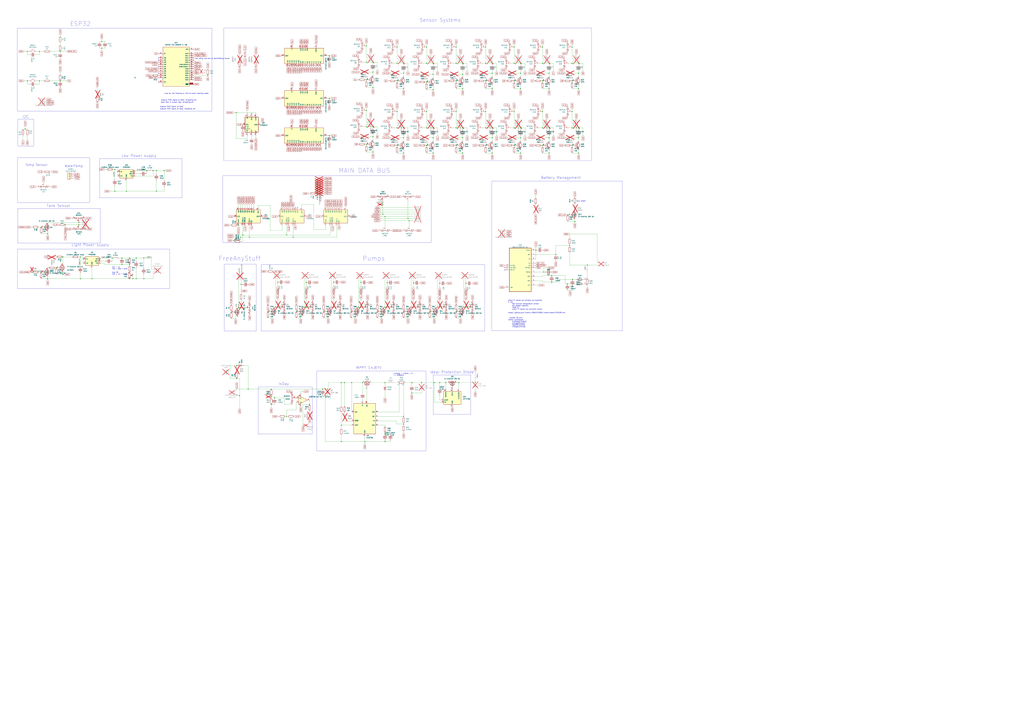
<source format=kicad_sch>
(kicad_sch
	(version 20231120)
	(generator "eeschema")
	(generator_version "8.0")
	(uuid "c26e8d55-0b6e-4c4e-b7c8-b1fed973201c")
	(paper "A0")
	(title_block
		(title "Plant Controller")
		(date "2020-12-21")
		(rev "0.4a")
		(company "C3MA")
	)
	
	(junction
		(at 278.13 459.74)
		(diameter 0)
		(color 0 0 0 0)
		(uuid "006314ff-9060-4674-a7fc-dac02fc6a66c")
	)
	(junction
		(at 314.96 461.01)
		(diameter 0)
		(color 0 0 0 0)
		(uuid "01041127-725b-4ce5-8f58-38fb3fd24a79")
	)
	(junction
		(at 667.512 257.302)
		(diameter 0)
		(color 0 0 0 0)
		(uuid "019516b6-2017-4782-b9e1-e6df47d40092")
	)
	(junction
		(at 571.5 102.87)
		(diameter 0)
		(color 0 0 0 0)
		(uuid "026b3c24-c4bc-4ca0-82cb-9b3a3781338b")
	)
	(junction
		(at 190.5 198.12)
		(diameter 0)
		(color 0 0 0 0)
		(uuid "044b370d-4a42-4fab-a8a0-78f235931201")
	)
	(junction
		(at 502.92 104.14)
		(diameter 0)
		(color 0 0 0 0)
		(uuid "05921202-6f3d-47e7-afc8-54cf16183806")
	)
	(junction
		(at 423.545 513.08)
		(diameter 0)
		(color 0 0 0 0)
		(uuid "064498dc-e504-4f86-9f3f-c7515e3a87b5")
	)
	(junction
		(at 637.54 177.8)
		(diameter 0)
		(color 0 0 0 0)
		(uuid "067aeb1c-cd17-40a2-9804-d78ecf21918c")
	)
	(junction
		(at 93.345 298.45)
		(diameter 0)
		(color 0 0 0 0)
		(uuid "06d8b90d-baa0-4504-baff-642acafdb6f4")
	)
	(junction
		(at 320.04 356.87)
		(diameter 0)
		(color 0 0 0 0)
		(uuid "09028f9d-45e1-4366-826a-88a396abe002")
	)
	(junction
		(at 671.83 177.8)
		(diameter 0)
		(color 0 0 0 0)
		(uuid "09e9f518-61d1-4fd0-86ec-2ca41f027627")
	)
	(junction
		(at 449.58 356.87)
		(diameter 0)
		(color 0 0 0 0)
		(uuid "0a372b77-1bd4-4b2a-8539-3c6b9cb168d3")
	)
	(junction
		(at 274.828 439.928)
		(diameter 0)
		(color 0 0 0 0)
		(uuid "0af1c44b-ddbf-4d31-a823-e5834c357558")
	)
	(junction
		(at 495.3 54.61)
		(diameter 0)
		(color 0 0 0 0)
		(uuid "0b9bd1bd-5d87-4203-ac6d-25f132a9d650")
	)
	(junction
		(at 664.21 168.91)
		(diameter 0)
		(color 0 0 0 0)
		(uuid "0bf93224-513b-43b0-b34e-b83cf88ace50")
	)
	(junction
		(at 31.75 59.69)
		(diameter 0)
		(color 0 0 0 0)
		(uuid "0c801748-df91-4145-83f3-9b19cb585cd0")
	)
	(junction
		(at 274.828 424.688)
		(diameter 0)
		(color 0 0 0 0)
		(uuid "0cbcfcf2-f3b3-4480-9680-29db347f36d4")
	)
	(junction
		(at 433.07 72.39)
		(diameter 0)
		(color 0 0 0 0)
		(uuid "0ebeefe8-2447-4c3c-80b1-d0d61f1efb48")
	)
	(junction
		(at 93.345 323.85)
		(diameter 0)
		(color 0 0 0 0)
		(uuid "0eea3930-0275-4c9f-97c6-e4491faf7ffd")
	)
	(junction
		(at 537.21 73.66)
		(diameter 0)
		(color 0 0 0 0)
		(uuid "0f7c9f5b-15c0-4d15-9880-73614b9dc27c")
	)
	(junction
		(at 289.56 275.59)
		(diameter 0)
		(color 0 0 0 0)
		(uuid "100d0f8b-2f86-49dd-861e-b2d9c9a4a2d9")
	)
	(junction
		(at 478.155 456.565)
		(diameter 0)
		(color 0 0 0 0)
		(uuid "136b5f16-d5fe-4c8a-8508-0e9ad86f8f43")
	)
	(junction
		(at 447.04 251.46)
		(diameter 0)
		(color 0 0 0 0)
		(uuid "14b6b14d-4e33-4c9c-a6d4-2829760e6cc4")
	)
	(junction
		(at 489.585 444.5)
		(diameter 0)
		(color 0 0 0 0)
		(uuid "15c019f7-a03b-47ae-a51c-abc73c51bd40")
	)
	(junction
		(at 563.88 54.61)
		(diameter 0)
		(color 0 0 0 0)
		(uuid "1b762162-080c-4e36-b68b-d3bd15571f83")
	)
	(junction
		(at 368.3 222.25)
		(diameter 0)
		(color 0 0 0 0)
		(uuid "1e71c6eb-62eb-41d4-bfde-df1e7aa7c319")
	)
	(junction
		(at 444.5 237.49)
		(diameter 0)
		(color 0 0 0 0)
		(uuid "1ec24ea8-049a-4547-addf-26eafaa81113")
	)
	(junction
		(at 332.74 483.87)
		(diameter 0)
		(color 0 0 0 0)
		(uuid "1ef17c59-222a-4989-aa08-3c7f869a2700")
	)
	(junction
		(at 468.63 85.09)
		(diameter 0)
		(color 0 0 0 0)
		(uuid "1f4e3c83-7f84-4013-8458-3254f2649743")
	)
	(junction
		(at 277.368 357.632)
		(diameter 0)
		(color 0 0 0 0)
		(uuid "2124662e-0101-4907-a279-d22f77f179e9")
	)
	(junction
		(at 419.1 328.168)
		(diameter 0)
		(color 0 0 0 0)
		(uuid "2125b107-250d-44b9-ae2a-63555b15b96b")
	)
	(junction
		(at 271.78 279.4)
		(diameter 0)
		(color 0 0 0 0)
		(uuid "21c9489c-b7e7-411e-8242-06cb982ccdfb")
	)
	(junction
		(at 541.02 356.87)
		(diameter 0)
		(color 0 0 0 0)
		(uuid "225164a2-0641-4a42-83a1-eb3ceb752f37")
	)
	(junction
		(at 387.35 327.914)
		(diameter 0)
		(color 0 0 0 0)
		(uuid "22b03adb-32c5-4612-9736-645d72daaf12")
	)
	(junction
		(at 510.54 444.5)
		(diameter 0)
		(color 0 0 0 0)
		(uuid "243935e2-4f6a-429d-bbc1-4327fafdf466")
	)
	(junction
		(at 368.3 219.71)
		(diameter 0)
		(color 0 0 0 0)
		(uuid "252d4a75-2db7-460c-aaed-b4520213017f")
	)
	(junction
		(at 425.45 92.71)
		(diameter 0)
		(color 0 0 0 0)
		(uuid "25d1ef73-18e6-4b45-b6a0-d161dc281a1c")
	)
	(junction
		(at 158.115 299.72)
		(diameter 0)
		(color 0 0 0 0)
		(uuid "27bdfd08-9fa2-4018-8386-f5f9458ea23f")
	)
	(junction
		(at 407.67 361.95)
		(diameter 0)
		(color 0 0 0 0)
		(uuid "288439ce-4d40-4524-9a56-c937c30e7f5c")
	)
	(junction
		(at 96.647 300.863)
		(diameter 0)
		(color 0 0 0 0)
		(uuid "2977a76b-3c36-4356-9c23-ef25b0e79774")
	)
	(junction
		(at 480.06 356.87)
		(diameter 0)
		(color 0 0 0 0)
		(uuid "2affe026-8dd0-4fb0-90f9-21a8fa9a4bdc")
	)
	(junction
		(at 659.257 249.682)
		(diameter 0)
		(color 0 0 0 0)
		(uuid "2e5d7e3a-d510-4703-91de-7e2ba8a4a274")
	)
	(junction
		(at 461.01 148.59)
		(diameter 0)
		(color 0 0 0 0)
		(uuid "30055c98-462c-4777-a626-cf867239e38d")
	)
	(junction
		(at 55.245 323.85)
		(diameter 0)
		(color 0 0 0 0)
		(uuid "30c447cc-ce18-498c-a30a-de1223bde459")
	)
	(junction
		(at 671.83 148.59)
		(diameter 0)
		(color 0 0 0 0)
		(uuid "31a2a121-855b-4cf9-8440-5bbee3de3f05")
	)
	(junction
		(at 433.07 83.82)
		(diameter 0)
		(color 0 0 0 0)
		(uuid "31ba5875-8927-4bfd-a4f8-3adf246769c4")
	)
	(junction
		(at 596.9 93.98)
		(diameter 0)
		(color 0 0 0 0)
		(uuid "32072a9c-d2dd-4fe3-9085-b2b6c66fab96")
	)
	(junction
		(at 65.405 311.15)
		(diameter 0)
		(color 0 0 0 0)
		(uuid "33109daa-b629-475e-bf83-217328126604")
	)
	(junction
		(at 322.58 356.87)
		(diameter 0)
		(color 0 0 0 0)
		(uuid "34e846f7-9dcf-4f40-8420-68c319584cee")
	)
	(junction
		(at 433.07 158.75)
		(diameter 0)
		(color 0 0 0 0)
		(uuid "37a79285-75dc-47b1-85e2-e9c3d074f7c7")
	)
	(junction
		(at 380.365 452.12)
		(diameter 0)
		(color 0 0 0 0)
		(uuid "394a6417-c4c4-43a0-ad22-7a964e628e7d")
	)
	(junction
		(at 571.5 73.66)
		(diameter 0)
		(color 0 0 0 0)
		(uuid "3cc3bd38-c946-4c29-a625-e712e268d838")
	)
	(junction
		(at 314.96 469.9)
		(diameter 0)
		(color 0 0 0 0)
		(uuid "3d8fb177-4b5a-4526-95fd-c4109587c044")
	)
	(junction
		(at 274.32 130.81)
		(diameter 0)
		(color 0 0 0 0)
		(uuid "3e916cc3-c4bb-4a04-9995-635a73841757")
	)
	(junction
		(at 537.21 86.36)
		(diameter 0)
		(color 0 0 0 0)
		(uuid "4120f630-88f8-4958-99c5-be8a6b4772f2")
	)
	(junction
		(at 645.414 295.783)
		(diameter 0)
		(color 0 0 0 0)
		(uuid "41246bb7-c8e2-4c38-9094-9b2d2a32bbbe")
	)
	(junction
		(at 461.01 93.98)
		(diameter 0)
		(color 0 0 0 0)
		(uuid "4126858c-c206-4bef-b39b-428bcec4deec")
	)
	(junction
		(at 508 356.87)
		(diameter 0)
		(color 0 0 0 0)
		(uuid "415b2ab4-f4dd-4fee-870b-9ba95dac6a8b")
	)
	(junction
		(at 571.5 148.59)
		(diameter 0)
		(color 0 0 0 0)
		(uuid "4406cfee-0ff2-44ef-a1ef-e6149581217c")
	)
	(junction
		(at 29.21 149.86)
		(diameter 0)
		(color 0 0 0 0)
		(uuid "447db467-5e2a-4cce-9c81-3e3ccb72d2ba")
	)
	(junction
		(at 69.85 59.69)
		(diameter 0)
		(color 0 0 0 0)
		(uuid "44bf766d-2222-4637-ada1-6cbff94abbf8")
	)
	(junction
		(at 150.495 323.85)
		(diameter 0)
		(color 0 0 0 0)
		(uuid "44cd3143-c150-4d17-bd07-6ba56767d7c5")
	)
	(junction
		(at 681.99 307.975)
		(diameter 0)
		(color 0 0 0 0)
		(uuid "4508e97c-f8e4-4ecb-9775-d92576a69269")
	)
	(junction
		(at 495.3 168.91)
		(diameter 0)
		(color 0 0 0 0)
		(uuid "4593d6e5-bc8e-48f0-9775-93846c33113e")
	)
	(junction
		(at 551.815 444.5)
		(diameter 0)
		(color 0 0 0 0)
		(uuid "464f670a-23da-4072-9135-c7f8cde45344")
	)
	(junction
		(at 353.06 356.87)
		(diameter 0)
		(color 0 0 0 0)
		(uuid "477944b3-0f91-44bb-99ca-1f00b91186f2")
	)
	(junction
		(at 637.54 85.09)
		(diameter 0)
		(color 0 0 0 0)
		(uuid "48fa581b-e31c-40cd-be78-2d3ece0a1d84")
	)
	(junction
		(at 461.01 54.61)
		(diameter 0)
		(color 0 0 0 0)
		(uuid "499fccfc-5e44-4fef-9ee9-4d1fdf9faa8f")
	)
	(junction
		(at 495.3 148.59)
		(diameter 0)
		(color 0 0 0 0)
		(uuid "4bdd9a73-35ba-455b-971d-29ad86479519")
	)
	(junction
		(at 344.17 361.95)
		(diameter 0)
		(color 0 0 0 0)
		(uuid "4c43d807-6025-4458-873e-b0e60bc37c3c")
	)
	(junction
		(at 664.21 54.61)
		(diameter 0)
		(color 0 0 0 0)
		(uuid "4f51b0d3-b93c-48c1-8f94-d8097a17151c")
	)
	(junction
		(at 141.605 299.72)
		(diameter 0)
		(color 0 0 0 0)
		(uuid "4fc5b79a-48b8-4875-b2fa-ce2c0b207ed6")
	)
	(junction
		(at 433.07 176.53)
		(diameter 0)
		(color 0 0 0 0)
		(uuid "5087ffa7-63f2-46a1-b798-fd54a43209da")
	)
	(junction
		(at 419.1 356.87)
		(diameter 0)
		(color 0 0 0 0)
		(uuid "547e0024-8ca5-4fd9-9ed0-6e6fa4efe2d1")
	)
	(junction
		(at 433.07 101.6)
		(diameter 0)
		(color 0 0 0 0)
		(uuid "548c700b-f320-487b-b1e6-213ddcf734d3")
	)
	(junction
		(at 276.86 261.62)
		(diameter 0)
		(color 0 0 0 0)
		(uuid "54c228c6-a419-4461-b51c-f4689ab11c16")
	)
	(junction
		(at 480.06 328.676)
		(diameter 0)
		(color 0 0 0 0)
		(uuid "54f14d31-ee75-4d90-bbd6-d53b9269dae6")
	)
	(junction
		(at 596.9 168.91)
		(diameter 0)
		(color 0 0 0 0)
		(uuid "553fd55b-c9b0-4d42-8fea-fe608c6b3e8f")
	)
	(junction
		(at 504.19 444.5)
		(diameter 0)
		(color 0 0 0 0)
		(uuid "55707df8-1ce8-4b01-b189-1ba64f13e6d9")
	)
	(junction
		(at 447.04 444.5)
		(diameter 0)
		(color 0 0 0 0)
		(uuid "557c9344-c4f5-407c-87a3-c05772708fc7")
	)
	(junction
		(at 425.45 128.27)
		(diameter 0)
		(color 0 0 0 0)
		(uuid "56ab9f7a-a80d-45b5-9f13-38a6ae5e5a2f")
	)
	(junction
		(at 664.718 324.739)
		(diameter 0)
		(color 0 0 0 0)
		(uuid "571c9066-df12-43af-bb34-ea8f17352e33")
	)
	(junction
		(at 47.752 263.906)
		(diameter 0)
		(color 0 0 0 0)
		(uuid "5a159a05-57fa-411f-9de3-7f0e035fb745")
	)
	(junction
		(at 154.305 323.85)
		(diameter 0)
		(color 0 0 0 0)
		(uuid "5a782664-d096-4b9f-8da4-e576a5adbff8")
	)
	(junction
		(at 468.63 483.87)
		(diameter 0)
		(color 0 0 0 0)
		(uuid "5aef8b40-8452-4805-a5e4-da8d93469853")
	)
	(junction
		(at 604.52 85.09)
		(diameter 0)
		(color 0 0 0 0)
		(uuid "5db28c81-ecda-48cf-9cf5-82a4652c2d72")
	)
	(junction
		(at 596.9 73.66)
		(diameter 0)
		(color 0 0 0 0)
		(uuid "5de7b025-2047-4e98-ad34-d25039409f9e")
	)
	(junction
		(at 311.15 361.95)
		(diameter 0)
		(color 0 0 0 0)
		(uuid "5df117be-4263-48e0-a710-5721bdeecfb9")
	)
	(junction
		(at 382.27 157.48)
		(diameter 0)
		(color 0 0 0 0)
		(uuid "5e7a5161-1647-47d6-9e0b-ff9ce9e31b86")
	)
	(junction
		(at 495.3 95.25)
		(diameter 0)
		(color 0 0 0 0)
		(uuid "5ebba679-b1e7-40e7-a21c-eaac87c82160")
	)
	(junction
		(at 433.07 147.32)
		(diameter 0)
		(color 0 0 0 0)
		(uuid "5ee86e6c-9861-45ff-aaf3-b0ce155250f5")
	)
	(junction
		(at 532.765 444.5)
		(diameter 0)
		(color 0 0 0 0)
		(uuid "60684402-d96a-439d-a47a-f1940a639b1b")
	)
	(junction
		(at 637.54 73.66)
		(diameter 0)
		(color 0 0 0 0)
		(uuid "6283297a-b875-4df2-a42b-317a52403718")
	)
	(junction
		(at 133.35 222.25)
		(diameter 0)
		(color 0 0 0 0)
		(uuid "62e83d49-6450-4f8e-9161-9823cbd9fa8a")
	)
	(junction
		(at 396.24 513.08)
		(diameter 0)
		(color 0 0 0 0)
		(uuid "62e8e510-5776-41a5-b7ef-659764595cf0")
	)
	(junction
		(at 629.92 54.61)
		(diameter 0)
		(color 0 0 0 0)
		(uuid "639a9374-4baa-414a-a5c4-7e13d2852c2e")
	)
	(junction
		(at 468.63 102.87)
		(diameter 0)
		(color 0 0 0 0)
		(uuid "650b02e4-fb4a-4097-88f3-57b476d8f112")
	)
	(junction
		(at 529.59 54.61)
		(diameter 0)
		(color 0 0 0 0)
		(uuid "66f71efe-5a3b-4842-81ad-702f6a9183fb")
	)
	(junction
		(at 332.74 273.05)
		(diameter 0)
		(color 0 0 0 0)
		(uuid "68f4d8af-c27e-4056-a2a9-dbd2514de570")
	)
	(junction
		(at 664.21 93.98)
		(diameter 0)
		(color 0 0 0 0)
		(uuid "690f2dc5-5473-4546-a0f5-1e3f20786db0")
	)
	(junction
		(at 478.155 444.5)
		(diameter 0)
		(color 0 0 0 0)
		(uuid "697147b1-0224-4f54-a454-fb14851852a2")
	)
	(junction
		(at 502.92 73.66)
		(diameter 0)
		(color 0 0 0 0)
		(uuid "6b072436-9cc5-44f0-8cab-e5273772d205")
	)
	(junction
		(at 517.525 444.5)
		(diameter 0)
		(color 0 0 0 0)
		(uuid "6b9d9747-b3ff-43d2-8486-466834aa4452")
	)
	(junction
		(at 447.04 504.19)
		(diameter 0)
		(color 0 0 0 0)
		(uuid "6bee4d3f-40c6-4254-8d07-1c0c6ec2a6f4")
	)
	(junction
		(at 449.58 328.422)
		(diameter 0)
		(color 0 0 0 0)
		(uuid "6c849387-b46a-4c70-adb8-4a7816d1702c")
	)
	(junction
		(at 130.175 299.72)
		(diameter 0)
		(color 0 0 0 0)
		(uuid "6e8888f6-ec84-4dea-a75b-c49e51edec1e")
	)
	(junction
		(at 571.5 177.8)
		(diameter 0)
		(color 0 0 0 0)
		(uuid "6ee7607b-1843-4037-994f-9b421f85c34b")
	)
	(junction
		(at 596.9 148.59)
		(diameter 0)
		(color 0 0 0 0)
		(uuid "708152d4-5c67-4c3c-967a-78dd154354ad")
	)
	(junction
		(at 529.59 93.98)
		(diameter 0)
		(color 0 0 0 0)
		(uuid "718782ac-57c8-435b-9457-ce995955847d")
	)
	(junction
		(at 368.3 214.63)
		(diameter 0)
		(color 0 0 0 0)
		(uuid "7357611e-6eb5-4b44-a3c1-ee563f8ae0ea")
	)
	(junction
		(at 447.04 356.87)
		(diameter 0)
		(color 0 0 0 0)
		(uuid "74872d2f-df92-44ce-a737-7d0693ac46a3")
	)
	(junction
		(at 288.163 452.12)
		(diameter 0)
		(color 0 0 0 0)
		(uuid "74d5e0e4-cd91-4e01-8980-afaf347113fd")
	)
	(junction
		(at 91.44 258.572)
		(diameter 0)
		(color 0 0 0 0)
		(uuid "750169c9-8dda-4196-8b70-7629a1386317")
	)
	(junction
		(at 421.005 444.5)
		(diameter 0)
		(color 0 0 0 0)
		(uuid "792fa4db-0ff6-47c2-b282-e4d8f6701888")
	)
	(junction
		(at 637.54 102.87)
		(diameter 0)
		(color 0 0 0 0)
		(uuid "79ec289a-2f85-4055-9210-f7916fbc3d1f")
	)
	(junction
		(at 596.9 54.61)
		(diameter 0)
		(color 0 0 0 0)
		(uuid "7a5115d1-34f1-4afd-aab6-8c3f89df22ba")
	)
	(junction
		(at 671.83 160.02)
		(diameter 0)
		(color 0 0 0 0)
		(uuid "7e319f56-b85a-4463-b8f9-7ad8f5763ea8")
	)
	(junction
		(at 146.812 222.25)
		(diameter 0)
		(color 0 0 0 0)
		(uuid "7ea02348-2ae2-4ac7-a02a-9029063eb3d7")
	)
	(junction
		(at 637.54 160.02)
		(diameter 0)
		(color 0 0 0 0)
		(uuid "7eac8976-1652-4c0a-a76d-0530fe3ae3ae")
	)
	(junction
		(at 461.01 129.54)
		(diameter 0)
		(color 0 0 0 0)
		(uuid "7f0237e1-1d71-4027-86cb-d7488d6dce27")
	)
	(junction
		(at 281.94 273.05)
		(diameter 0)
		(color 0 0 0 0)
		(uuid "805ba7db-9e85-428e-9f5b-9063e8278c60")
	)
	(junction
		(at 468.63 361.95)
		(diameter 0)
		(color 0 0 0 0)
		(uuid "80f5b8a1-cdbe-4850-a609-339b8c898669")
	)
	(junction
		(at 473.71 254)
		(diameter 0)
		(color 0 0 0 0)
		(uuid "819a85d3-cd43-455c-8023-715c1f29dcd2")
	)
	(junction
		(at 502.92 160.02)
		(diameter 0)
		(color 0 0 0 0)
		(uuid "8239b883-7ac0-49ae-91b3-07b3826c7fe2")
	)
	(junction
		(at 73.025 298.45)
		(diameter 0)
		(color 0 0 0 0)
		(uuid "82572895-6594-489b-b5dd-a8b4d09bcb09")
	)
	(junction
		(at 177.8 198.12)
		(diameter 0)
		(color 0 0 0 0)
		(uuid "843e9870-799e-444a-a4e6-716ced5cbe43")
	)
	(junction
		(at 637.54 148.59)
		(diameter 0)
		(color 0 0 0 0)
		(uuid "89062818-c01b-4c5a-a12c-1e35d52780ff")
	)
	(junction
		(at 425.45 53.34)
		(diameter 0)
		(color 0 0 0 0)
		(uuid "89c9668d-eb10-4371-9427-2b0654758741")
	)
	(junction
		(at 400.05 444.5)
		(diameter 0)
		(color 0 0 0 0)
		(uuid "8badbd3a-472d-49c6-9995-2681ebcad861")
	)
	(junction
		(at 563.88 93.98)
		(diameter 0)
		(color 0 0 0 0)
		(uuid "8bd86f79-7f9c-4c30-9dd8-981806e53813")
	)
	(junction
		(at 671.83 102.87)
		(diameter 0)
		(color 0 0 0 0)
		(uuid "8db1d203-e627-40a1-9aa1-eb87a34a27ca")
	)
	(junction
		(at 75.946 261.112)
		(diameter 0)
		(color 0 0 0 0)
		(uuid "8dbf3f53-4dbe-4577-8253-5d3d05e20a7d")
	)
	(junction
		(at 375.92 361.95)
		(diameter 0)
		(color 0 0 0 0)
		(uuid "8ddc18df-7f6d-40fe-971f-5b7ea913cac2")
	)
	(junction
		(at 495.3 73.66)
		(diameter 0)
		(color 0 0 0 0)
		(uuid "91f51afc-74e9-4689-bf90-5b054783b568")
	)
	(junction
		(at 136.652 199.39)
		(diameter 0)
		(color 0 0 0 0)
		(uuid "9330ab14-2e88-49fc-b8ec-647acef19c05")
	)
	(junction
		(at 425.45 147.32)
		(diameter 0)
		(color 0 0 0 0)
		(uuid "93f019f6-1cb2-47ce-ad4a-b71afdbed778")
	)
	(junction
		(at 529.59 129.54)
		(diameter 0)
		(color 0 0 0 0)
		(uuid "943b67a7-896a-4d51-b5a7-cd6889520825")
	)
	(junction
		(at 571.5 160.02)
		(diameter 0)
		(color 0 0 0 0)
		(uuid "944582dc-9ad6-4270-b98c-6b7423b11410")
	)
	(junction
		(at 537.21 148.59)
		(diameter 0)
		(color 0 0 0 0)
		(uuid "957e10ff-76bd-489f-b9fe-ab1fdb884450")
	)
	(junction
		(at 368.3 212.09)
		(diameter 0)
		(color 0 0 0 0)
		(uuid "95e16490-1476-42b0-b339-2eae951bab1c")
	)
	(junction
		(at 150.495 307.34)
		(diameter 0)
		(color 0 0 0 0)
		(uuid "96f15460-13f3-4312-89f8-b71934eaedb8")
	)
	(junction
		(at 671.83 73.66)
		(diameter 0)
		(color 0 0 0 0)
		(uuid "974cb32f-b17f-415b-a3ed-4c573300644d")
	)
	(junction
		(at 106.807 323.85)
		(diameter 0)
		(color 0 0 0 0)
		(uuid "977868cb-abe1-483f-8f43-5a8a20726067")
	)
	(junction
		(at 563.88 168.91)
		(diameter 0)
		(color 0 0 0 0)
		(uuid "979d0b85-f2dc-43e5-91a2-e7e9a479ccd3")
	)
	(junction
		(at 382.27 64.77)
		(diameter 0)
		(color 0 0 0 0)
		(uuid "99de8f7d-0bac-4189-8a58-7eb488261416")
	)
	(junction
		(at 571.5 85.09)
		(diameter 0)
		(color 0 0 0 0)
		(uuid "9b65336d-5277-4cda-9817-8d963731baca")
	)
	(junction
		(at 241.3 87.63)
		(diameter 0)
		(color 0 0 0 0)
		(uuid "9d32f91d-40f9-42f9-b044-70d19854227e")
	)
	(junction
		(at 510.54 329.184)
		(diameter 0)
		(color 0 0 0 0)
		(uuid "a1d7e5c8-d217-457c-b56c-ecad97fd4c0e")
	)
	(junction
		(at 538.48 356.87)
		(diameter 0)
		(color 0 0 0 0)
		(uuid "a29c0663-342d-4535-aac0-b31dad8318cf")
	)
	(junction
		(at 45.72 59.69)
		(diameter 0)
		(color 0 0 0 0)
		(uuid "a3104c80-278d-416a-b409-fd08d784c6c7")
	)
	(junction
		(at 563.88 73.66)
		(diameter 0)
		(color 0 0 0 0)
		(uuid "a4f2e3e9-2f62-4ed2-91cb-96ac4bea021e")
	)
	(junction
		(at 355.6 356.87)
		(diameter 0)
		(color 0 0 0 0)
		(uuid "a685894a-983c-450f-b9c3-4d7e6d929974")
	)
	(junction
		(at 425.45 167.64)
		(diameter 0)
		(color 0 0 0 0)
		(uuid "a692c08c-551f-44a7-adb6-606c3bb62932")
	)
	(junction
		(at 167.005 323.85)
		(diameter 0)
		(color 0 0 0 0)
		(uuid "a70da482-a861-4e2f-9d2b-6183a6f0f87e")
	)
	(junction
		(at 37.084 316.23)
		(diameter 0)
		(color 0 0 0 0)
		(uuid "a757038c-5365-4452-9233-cd270451996f")
	)
	(junction
		(at 629.92 129.54)
		(diameter 0)
		(color 0 0 0 0)
		(uuid "a77abfe7-e262-4002-9648-a4dca1c184b1")
	)
	(junction
		(at 495.3 129.54)
		(diameter 0)
		(color 0 0 0 0)
		(uuid "a7ead05e-fd26-4f6a-98b1-c130e29a0605")
	)
	(junction
		(at 468.63 492.76)
		(diameter 0)
		(color 0 0 0 0)
		(uuid "a8c1d291-f95c-499f-a8f0-8d347b07d19e")
	)
	(junction
		(at 408.305 444.5)
		(diameter 0)
		(color 0 0 0 0)
		(uuid "a90e40e7-9f3e-4a7e-bc30-d292bc1ab9ed")
	)
	(junction
		(at 396.24 444.5)
		(diameter 0)
		(color 0 0 0 0)
		(uuid "a918e227-4862-4ef1-b1b4-1ecbab47421d")
	)
	(junction
		(at 529.59 168.91)
		(diameter 0)
		(color 0 0 0 0)
		(uuid "a97fc95b-6246-49f0-b0cf-bf3aa6f54de2")
	)
	(junction
		(at 99.314 266.192)
		(diameter 0)
		(color 0 0 0 0)
		(uuid "a99f2dd3-1db5-4646-bd5d-42af73cee85a")
	)
	(junction
		(at 377.825 459.74)
		(diameter 0)
		(color 0 0 0 0)
		(uuid "aa0d7669-67ff-4603-888b-7d15a03d73a6")
	)
	(junction
		(at 150.495 299.72)
		(diameter 0)
		(color 0 0 0 0)
		(uuid "aa659c87-6d9f-4a94-913b-ec00337baaa9")
	)
	(junction
		(at 537.21 160.02)
		(diameter 0)
		(color 0 0 0 0)
		(uuid "aa7470b0-25fe-426c-8e11-da1c1d924805")
	)
	(junction
		(at 141.605 307.34)
		(diameter 0)
		(color 0 0 0 0)
		(uuid "ab83cc7b-a4bb-42ce-806a-ad57b1f1f16f")
	)
	(junction
		(at 622.3 290.703)
		(diameter 0)
		(color 0 0 0 0)
		(uuid "abed498a-7286-4258-a6a3-0ad40837fa9c")
	)
	(junction
		(at 318.77 462.28)
		(diameter 0)
		(color 0 0 0 0)
		(uuid "ac18742b-0669-4417-bf96-99d1ab0ff75f")
	)
	(junction
		(at 529.59 361.95)
		(diameter 0)
		(color 0 0 0 0)
		(uuid "ac6041ae-1077-46a6-b33a-6e568b0f7d89")
	)
	(junction
		(at 355.6 328.168)
		(diameter 0)
		(color 0 0 0 0)
		(uuid "ae161ff6-e303-4db5-b037-b1f45682a4bb")
	)
	(junction
		(at 604.52 73.66)
		(diameter 0)
		(color 0 0 0 0)
		(uuid "af24c530-bace-4098-b28e-8213bb1a8743")
	)
	(junction
		(at 359.41 469.9)
		(diameter 0)
		(color 0 0 0 0)
		(uuid "b3465a47-f032-463a-8cb4-a402cd509d71")
	)
	(junction
		(at 382.27 114.3)
		(diameter 0)
		(color 0 0 0 0)
		(uuid "b5f987b1-82e9-4d50-afd8-20682cecf96f")
	)
	(junction
		(at 468.63 177.8)
		(diameter 0)
		(color 0 0 0 0)
		(uuid "b88c6033-15ac-4b13-83da-7bbe1c1195dd")
	)
	(junction
		(at 502.92 177.8)
		(diameter 0)
		(color 0 0 0 0)
		(uuid "bb2d97e8-7888-40b3-ad5f-0b2ed971ec7b")
	)
	(junction
		(at 73.025 318.77)
		(diameter 0)
		(color 0 0 0 0)
		(uuid "c1341956-3e76-4b89-ab41-469a1db0015c")
	)
	(junction
		(at 510.54 356.87)
		(diameter 0)
		(color 0 0 0 0)
		(uuid "c1611925-d0ac-42a4-83ae-6844b1cb71e3")
	)
	(junction
		(at 461.01 73.66)
		(diameter 0)
		(color 0 0 0 0)
		(uuid "c1f12c77-fc36-4c4e-9402-b971f8787376")
	)
	(junction
		(at 91.44 261.112)
		(diameter 0)
		(color 0 0 0 0)
		(uuid "c2c812ed-41b4-4200-984f-e76eae1d14de")
	)
	(junction
		(at 45.72 93.98)
		(diameter 0)
		(color 0 0 0 0)
		(uuid "c39add44-ba76-41fb-8f18-28fa0366e282")
	)
	(junction
		(at 314.96 452.12)
		(diameter 0)
		(color 0 0 0 0)
		(uuid "c658b47a-3e79-4147-ac21-89a17ecf409a")
	)
	(junction
		(at 322.58 327.914)
		(diameter 0)
		(color 0 0 0 0)
		(uuid "c6d07995-bb57-4c01-9d40-c8c408016a09")
	)
	(junction
		(at 468.63 73.66)
		(diameter 0)
		(color 0 0 0 0)
		(uuid "c9bcc4dd-2e45-4814-917d-222bf96092ff")
	)
	(junction
		(at 181.61 222.25)
		(diameter 0)
		(color 0 0 0 0)
		(uuid "cac620f5-0af6-41f8-9844-d9f07ee0c129")
	)
	(junction
		(at 396.24 494.03)
		(diameter 0)
		(color 0 0 0 0)
		(uuid "caf08951-498e-42d7-836c-4ada133aecad")
	)
	(junction
		(at 279.908 330.454)
		(diameter 0)
		(color 0 0 0 0)
		(uuid "cbfbbc2e-484a-4954-8dc2-c7386c5d1301")
	)
	(junction
		(at 640.588 320.167)
		(diameter 0)
		(color 0 0 0 0)
		(uuid "cc2cd7a1-fffc-47d8-9f80-fed0488b65e2")
	)
	(junction
		(at 529.59 73.66)
		(diameter 0)
		(color 0 0 0 0)
		(uuid "cc4db2b3-7a3d-4ef2-b3b0-bc2a5b38938e")
	)
	(junction
		(at 133.35 196.85)
		(diameter 0)
		(color 0 0 0 0)
		(uuid "cc922bc0-96bd-4b17-b53a-b9b1b8fdaebf")
	)
	(junction
		(at 629.92 93.98)
		(diameter 0)
		(color 0 0 0 0)
		(uuid "ceefa2d2-00e3-4b3c-a7ad-0e8ac388ebb9")
	)
	(junction
		(at 604.52 177.8)
		(diameter 0)
		(color 0 0 0 0)
		(uuid "d001e9a1-587b-41cc-81aa-c56d8da361ee")
	)
	(junction
		(at 499.11 361.95)
		(diameter 0)
		(color 0 0 0 0)
		(uuid "d0ccfc37-9d2e-4994-b901-fab6c387aa2a")
	)
	(junction
		(at 537.21 177.8)
		(diameter 0)
		(color 0 0 0 0)
		(uuid "d1010438-7a43-4538-9e86-217bd01f8c14")
	)
	(junction
		(at 368.3 224.79)
		(diameter 0)
		(color 0 0 0 0)
		(uuid "d14a960b-df64-4cee-80fc-25c3debc3b63")
	)
	(junction
		(at 158.115 323.85)
		(diameter 0)
		(color 0 0 0 0)
		(uuid "d17c286e-9606-4cb2-902a-10021903ed9a")
	)
	(junction
		(at 671.83 85.09)
		(diameter 0)
		(color 0 0 0 0)
		(uuid "d1d52e82-91ba-48cd-b468-139b1071e8d5")
	)
	(junction
		(at 31.75 93.98)
		(diameter 0)
		(color 0 0 0 0)
		(uuid "d2b0a197-1410-44de-bdc3-e63959ff5b39")
	)
	(junction
		(at 537.21 102.87)
		(diameter 0)
		(color 0 0 0 0)
		(uuid "d2b90904-e6cb-4742-881e-0fd35570115c")
	)
	(junction
		(at 368.3 209.55)
		(diameter 0)
		(color 0 0 0 0)
		(uuid "d48d5ecb-021c-46d1-b6e1-8cccf5ad30d1")
	)
	(junction
		(at 661.416 285.115)
		(diameter 0)
		(color 0 0 0 0)
		(uuid "d5d6a42c-48b3-4a54-a79b-12276d91096b")
	)
	(junction
		(at 55.372 271.526)
		(diameter 0)
		(color 0 0 0 0)
		(uuid "d6db9766-b81b-4a66-bc0a-843f0aeb559b")
	)
	(junction
		(at 541.02 329.184)
		(diameter 0)
		(color 0 0 0 0)
		(uuid "d776c8dc-ee54-41b4-8224-e7ddbf0679dc")
	)
	(junction
		(at 640.588 327.787)
		(diameter 0)
		(color 0 0 0 0)
		(uuid "da137c69-6bb9-4555-bf7f-fd4ad6c5fd06")
	)
	(junction
		(at 438.15 361.95)
		(diameter 0)
		(color 0 0 0 0)
		(uuid "db8fa153-556e-4fc4-a8b6-63a7062d08ed")
	)
	(junction
		(at 425.45 72.39)
		(diameter 0)
		(color 0 0 0 0)
		(uuid "dc8c6e94-1eff-45c1-b92e-b1caf2f34015")
	)
	(junction
		(at 181.61 198.12)
		(diameter 0)
		(color 0 0 0 0)
		(uuid "dd5d2f91-6f31-4419-a01a-1ac3389098ab")
	)
	(junction
		(at 374.65 452.12)
		(diameter 0)
		(color 0 0 0 0)
		(uuid "dda3d65b-6f54-4ee4-b1a0-dc35f1b01992")
	)
	(junction
		(at 170.18 198.12)
		(diameter 0)
		(color 0 0 0 0)
		(uuid "de92b6a6-7a53-41cb-a051-66e1e7d1d440")
	)
	(junction
		(at 368.3 217.17)
		(diameter 0)
		(color 0 0 0 0)
		(uuid "dfafa1ec-5cf4-4609-89b7-e43a37c90c17")
	)
	(junction
		(at 529.59 148.59)
		(diameter 0)
		(color 0 0 0 0)
		(uuid "e018a52d-1f7f-43d2-9757-f2f7c2a0a9c0")
	)
	(junction
		(at 604.52 148.59)
		(diameter 0)
		(color 0 0 0 0)
		(uuid "e0334824-28a0-4a4e-ab6d-b2e5a2ed4e19")
	)
	(junction
		(at 604.52 160.02)
		(diameter 0)
		(color 0 0 0 0)
		(uuid "e03df205-b0f8-4eb0-94ac-6d108b56efdd")
	)
	(junction
		(at 664.21 73.66)
		(diameter 0)
		(color 0 0 0 0)
		(uuid "e3a79e63-e583-47fd-8a7e-9e2f377a96f0")
	)
	(junction
		(at 268.478 362.712)
		(diameter 0)
		(color 0 0 0 0)
		(uuid "e3bac401-521f-443a-951f-18f502070861")
	)
	(junction
		(at 340.36 275.59)
		(diameter 0)
		(color 0 0 0 0)
		(uuid "e464f851-f7e1-4e95-b3ff-5a5e1e06a88d")
	)
	(junction
		(at 167.005 299.72)
		(diameter 0)
		(color 0 0 0 0)
		(uuid "e48746df-7668-499a-98dc-b9ffcda2bccd")
	)
	(junction
		(at 47.625 316.23)
		(diameter 0)
		(color 0 0 0 0)
		(uuid "e4c2dbc9-3598-4718-afb3-500c7ff75445")
	)
	(junction
		(at 447.04 513.08)
		(diameter 0)
		(color 0 0 0 0)
		(uuid "e5f993bb-4d95-4a9a-b24b-923011bb963a")
	)
	(junction
		(at 387.35 356.87)
		(diameter 0)
		(color 0 0 0 0)
		(uuid "e6344c4b-5e26-4315-8e1d-efd642df3581")
	)
	(junction
		(at 563.88 148.59)
		(diameter 0)
		(color 0 0 0 0)
		(uuid "e76d7a19-9315-45bb-9ea4-e65adba1a7a8")
	)
	(junction
		(at 444.5 248.92)
		(diameter 0)
		(color 0 0 0 0)
		(uuid "e86900c0-86ce-4777-88bb-4f9ecf777fc0")
	)
	(junction
		(at 629.92 168.91)
		(diameter 0)
		(color 0 0 0 0)
		(uuid "e879c254-09e3-4fcf-9f2d-28dd7d9ba433")
	)
	(junction
		(at 468.63 148.59)
		(diameter 0)
		(color 0 0 0 0)
		(uuid "e97dcb44-7b48-4f00-aba6-795f672687ba")
	)
	(junction
		(at 631.444 316.103)
		(diameter 0)
		(color 0 0 0 0)
		(uuid "ea2ed474-b80c-41c1-b8f5-085b08547d63")
	)
	(junction
		(at 658.876 329.819)
		(diameter 0)
		(color 0 0 0 0)
		(uuid "ea4d2cbb-15b1-43ba-9c85-87d68b81d9f6")
	)
	(junction
		(at 279.908 357.632)
		(diameter 0)
		(color 0 0 0 0)
		(uuid "ea81a12e-80a8-4055-a8fc-17c9562b0042")
	)
	(junction
		(at 279.4 275.59)
		(diameter 0)
		(color 0 0 0 0)
		(uuid "eb134ef6-0e32-46e8-9263-d8797dfe432d")
	)
	(junction
		(at 629.92 73.66)
		(diameter 0)
		(color 0 0 0 0)
		(uuid "ec234dbf-5504-4d77-9942-03edf134f9e0")
	)
	(junction
		(at 118.11 55.88)
		(diameter 0)
		(color 0 0 0 0)
		(uuid "eccbfa59-0c6d-47df-8d18-db1d8a427072")
	)
	(junction
		(at 69.85 93.98)
		(diameter 0)
		(color 0 0 0 0)
		(uuid "ed603a96-a752-490d-9f6b-e11a5c28a267")
	)
	(junction
		(at 629.92 148.59)
		(diameter 0)
		(color 0 0 0 0)
		(uuid "ee1a89d1-031b-4d98-a62d-973c7823ade8")
	)
	(junction
		(at 477.52 356.87)
		(diameter 0)
		(color 0 0 0 0)
		(uuid "ee4ab3a4-59f7-4db1-a482-501b9cb3788f")
	)
	(junction
		(at 474.98 256.54)
		(diameter 0)
		(color 0 0 0 0)
		(uuid "ef25ea8a-6f53-4ead-85fb-dc902e324c3a")
	)
	(junction
		(at 502.92 86.36)
		(diameter 0)
		(color 0 0 0 0)
		(uuid "efdf307e-8d67-430a-8c03-6dab3e4f4f72")
	)
	(junction
		(at 118.11 48.26)
		(diameter 0)
		(color 0 0 0 0)
		(uuid "f1a67806-2122-488a-be9e-3def99cac9b4")
	)
	(junction
		(at 468.63 160.02)
		(diameter 0)
		(color 0 0 0 0)
		(uuid "f3311c3a-ce52-435d-9996-86b7f9c1e897")
	)
	(junction
		(at 384.81 356.87)
		(diameter 0)
		(color 0 0 0 0)
		(uuid "f33c1570-2595-49f1-9ca5-56aecadb8578")
	)
	(junction
		(at 461.01 168.91)
		(diameter 0)
		(color 0 0 0 0)
		(uuid "f46f3c81-f81c-494b-940e-b2a7612a9b00")
	)
	(junction
		(at 502.92 148.59)
		(diameter 0)
		(color 0 0 0 0)
		(uuid "f97a5685-0e9a-42fc-8703-e760793b9fd0")
	)
	(junction
		(at 664.21 148.59)
		(diameter 0)
		(color 0 0 0 0)
		(uuid "fadeb8be-e293-403d-b08e-d4079f1d66c2")
	)
	(junction
		(at 596.9 129.54)
		(diameter 0)
		(color 0 0 0 0)
		(uuid "faf76a27-4651-4082-83d1-9449cc5a0db2")
	)
	(junction
		(at 664.21 129.54)
		(diameter 0)
		(color 0 0 0 0)
		(uuid "fd16341c-1c4c-4bd6-a643-9f711a9c3408")
	)
	(junction
		(at 563.88 129.54)
		(diameter 0)
		(color 0 0 0 0)
		(uuid "fd82d936-40c3-47c3-8f6b-5ed31b17a829")
	)
	(junction
		(at 604.52 102.87)
		(diameter 0)
		(color 0 0 0 0)
		(uuid "fedba8c9-8c3d-4d07-a3e2-646f50f83f6f")
	)
	(junction
		(at 416.56 356.87)
		(diameter 0)
		(color 0 0 0 0)
		(uuid "ff4c02dc-5696-44f6-8008-5806e9acfc7a")
	)
	(no_connect
		(at 224.79 69.85)
		(uuid "11ce84ce-44a9-4518-a182-d1fa021941ba")
	)
	(no_connect
		(at 586.232 313.563)
		(uuid "301f968e-2ec8-4ccb-9484-9b52fd4c2f33")
	)
	(no_connect
		(at 184.15 67.31)
		(uuid "6d645bf1-339f-4b38-a26a-bdd168ca591e")
	)
	(no_connect
		(at 345.44 241.3)
		(uuid "719545ae-5f44-4f43-8b18-88571e66d52d")
	)
	(no_connect
		(at 184.15 85.09)
		(uuid "73f22c4a-853b-4663-a287-174ec9a91a1b")
	)
	(no_connect
		(at 184.15 69.85)
		(uuid "80156458-0c76-4971-a355-021501422841")
	)
	(no_connect
		(at 224.79 67.31)
		(uuid "a51a1ec3-f41f-4d68-aa13-e08c63246ac6")
	)
	(no_connect
		(at 342.9 241.3)
		(uuid "afc642fd-b037-4b56-8f9c-d8d1e4407c08")
	)
	(no_connect
		(at 586.232 311.023)
		(uuid "bfbcf357-a418-4f1e-bc29-ca100b7597a9")
	)
	(no_connect
		(at 292.1 132.08)
		(uuid "dd3ce984-3983-4f09-82f2-e087fd9c0ec0")
	)
	(no_connect
		(at 184.15 77.47)
		(uuid "f112b500-a680-49d1-8ed2-1da1c4b8baeb")
	)
	(wire
		(pts
			(xy 26.67 157.48) (xy 26.67 162.56)
		)
		(stroke
			(width 0)
			(type default)
		)
		(uuid "003b740f-4a16-46ca-93c7-dff311fe3df9")
	)
	(wire
		(pts
			(xy 693.42 307.975) (xy 681.99 307.975)
		)
		(stroke
			(width 0)
			(type default)
		)
		(uuid "0053f506-cadc-47e6-8f90-63918ab6e01c")
	)
	(wire
		(pts
			(xy 156.972 199.39) (xy 156.972 198.12)
		)
		(stroke
			(width 0)
			(type default)
		)
		(uuid "00544d92-b95c-48ab-bded-20aed4215a84")
	)
	(wire
		(pts
			(xy 468.63 99.06) (xy 468.63 102.87)
		)
		(stroke
			(width 0)
			(type default)
		)
		(uuid "00606928-bac5-4408-a3d7-21407fadee68")
	)
	(wire
		(pts
			(xy 649.478 327.787) (xy 640.588 327.787)
		)
		(stroke
			(width 0)
			(type default)
		)
		(uuid "0138e388-dcd3-4184-8aff-8bcdb067e52f")
	)
	(wire
		(pts
			(xy 41.91 63.5) (xy 45.72 63.5)
		)
		(stroke
			(width 0)
			(type default)
		)
		(uuid "0177a789-58ee-4342-a75b-6dc9759a0292")
	)
	(wire
		(pts
			(xy 175.895 313.055) (xy 175.895 299.72)
		)
		(stroke
			(width 0)
			(type default)
		)
		(uuid "017ff145-3761-41b1-9921-b6b9c4d34ef1")
	)
	(wire
		(pts
			(xy 438.15 81.28) (xy 438.15 72.39)
		)
		(stroke
			(width 0)
			(type default)
		)
		(uuid "01857332-fc13-4684-bb70-f9eee886c3a0")
	)
	(wire
		(pts
			(xy 510.54 329.184) (xy 510.54 334.01)
		)
		(stroke
			(width 0)
			(type default)
		)
		(uuid "019c3cdc-6669-4649-94f3-4ae853aeb18a")
	)
	(wire
		(pts
			(xy 604.52 173.99) (xy 604.52 177.8)
		)
		(stroke
			(width 0)
			(type default)
		)
		(uuid "01eb084a-fac6-4933-81d9-7496a9d7ebe6")
	)
	(wire
		(pts
			(xy 381 444.5) (xy 381 452.12)
		)
		(stroke
			(width 0)
			(type default)
		)
		(uuid "0209f908-9ab2-4859-bfcd-be82dd453d27")
	)
	(wire
		(pts
			(xy 55.372 258.572) (xy 91.44 258.572)
		)
		(stroke
			(width 0)
			(type default)
		)
		(uuid "02ba64d9-e763-4d47-978e-74978085583f")
	)
	(wire
		(pts
			(xy 314.96 469.9) (xy 314.96 473.71)
		)
		(stroke
			(width 0)
			(type default)
		)
		(uuid "02d9f525-81dc-4358-a721-5c3e828397c8")
	)
	(wire
		(pts
			(xy 381 367.03) (xy 381 369.57)
		)
		(stroke
			(width 0)
			(type default)
		)
		(uuid "0404e42b-a8e3-46d1-bd78-a03d3bf9ef75")
	)
	(wire
		(pts
			(xy 571.5 157.48) (xy 571.5 160.02)
		)
		(stroke
			(width 0)
			(type default)
		)
		(uuid "043cb6ff-a5c8-4fbb-82cf-aefb30c6af7f")
	)
	(wire
		(pts
			(xy 502.92 148.59) (xy 502.92 149.86)
		)
		(stroke
			(width 0)
			(type default)
		)
		(uuid "0476c96d-84c7-40c6-a537-1e276919c966")
	)
	(wire
		(pts
			(xy 322.58 325.12) (xy 322.58 327.914)
		)
		(stroke
			(width 0)
			(type default)
		)
		(uuid "0493a217-294f-4dbb-9ddb-266a136d82bf")
	)
	(wire
		(pts
			(xy 447.04 513.08) (xy 447.04 511.81)
		)
		(stroke
			(width 0)
			(type default)
		)
		(uuid "050384b2-02ed-4f35-bf49-9f2b56872ebf")
	)
	(wire
		(pts
			(xy 267.208 424.688) (xy 274.828 424.688)
		)
		(stroke
			(width 0)
			(type default)
		)
		(uuid "0528c3df-8906-4063-94f0-6f2c8cf50025")
	)
	(wire
		(pts
			(xy 441.96 254) (xy 473.71 254)
		)
		(stroke
			(width 0)
			(type default)
		)
		(uuid "060df674-6c99-455c-90bc-a6a9efc03924")
	)
	(wire
		(pts
			(xy 537.21 367.03) (xy 534.67 367.03)
		)
		(stroke
			(width 0)
			(type default)
		)
		(uuid "064a38e2-3216-4113-a380-67f38427a639")
	)
	(wire
		(pts
			(xy 408.305 478.79) (xy 408.305 444.5)
		)
		(stroke
			(width 0)
			(type default)
		)
		(uuid "06aab875-7c24-44e0-af16-3ef5b38c789f")
	)
	(wire
		(pts
			(xy 177.8 323.85) (xy 177.8 315.595)
		)
		(stroke
			(width 0)
			(type default)
		)
		(uuid "0707b3d1-d988-44db-8586-ffdfd16b4e1a")
	)
	(wire
		(pts
			(xy 190.5 198.12) (xy 190.5 209.55)
		)
		(stroke
			(width 0)
			(type default)
		)
		(uuid "073a5a3e-ce2a-4308-9d5f-8e5083d6900a")
	)
	(wire
		(pts
			(xy 468.63 102.87) (xy 468.63 104.14)
		)
		(stroke
			(width 0)
			(type default)
		)
		(uuid "0802fcfa-31f6-4de3-837d-50a67ccd2733")
	)
	(wire
		(pts
			(xy 449.58 356.87) (xy 447.04 356.87)
		)
		(stroke
			(width 0)
			(type default)
		)
		(uuid "084fded9-cfee-400e-9325-0f602e45de35")
	)
	(wire
		(pts
			(xy 468.63 73.66) (xy 461.01 73.66)
		)
		(stroke
			(width 0)
			(type default)
		)
		(uuid "086d707f-71ed-4ce7-ae50-77e1a1bb4743")
	)
	(wire
		(pts
			(xy 426.085 452.12) (xy 426.085 466.09)
		)
		(stroke
			(width 0)
			(type default)
		)
		(uuid "0a41d184-a92a-423a-a1ed-8403bc262715")
	)
	(wire
		(pts
			(xy 529.59 360.68) (xy 529.59 361.95)
		)
		(stroke
			(width 0)
			(type default)
		)
		(uuid "0b0ca2cc-5b1f-45a8-87ce-17db11d51839")
	)
	(wire
		(pts
			(xy 576.58 73.66) (xy 571.5 73.66)
		)
		(stroke
			(width 0)
			(type default)
		)
		(uuid "0bfb4148-db3c-4ac8-b372-638382bf488e")
	)
	(wire
		(pts
			(xy 154.305 323.85) (xy 158.115 323.85)
		)
		(stroke
			(width 0)
			(type default)
		)
		(uuid "0c38d0d8-b4f2-443e-af1f-eea7d894e6db")
	)
	(wire
		(pts
			(xy 671.83 148.59) (xy 664.21 148.59)
		)
		(stroke
			(width 0)
			(type default)
		)
		(uuid "0c88fde5-da71-472a-8f1d-0375025b916d")
	)
	(wire
		(pts
			(xy 473.71 148.59) (xy 468.63 148.59)
		)
		(stroke
			(width 0)
			(type default)
		)
		(uuid "0c904f6f-bf4f-422a-a5de-15ea8badc359")
	)
	(wire
		(pts
			(xy 528.32 93.98) (xy 529.59 93.98)
		)
		(stroke
			(width 0)
			(type default)
		)
		(uuid "0d6bafbb-6da8-4db3-8cb2-2d07dbc1f80c")
	)
	(wire
		(pts
			(xy 630.428 321.183) (xy 621.792 321.183)
		)
		(stroke
			(width 0)
			(type default)
		)
		(uuid "0d6c20ce-9cac-49ba-a22d-21974c44b4a4")
	)
	(wire
		(pts
			(xy 468.63 173.99) (xy 468.63 177.8)
		)
		(stroke
			(width 0)
			(type default)
		)
		(uuid "0de4fa0b-b6e3-42c1-a7b0-e2e7921e8012")
	)
	(wire
		(pts
			(xy 382.27 64.77) (xy 383.54 64.77)
		)
		(stroke
			(width 0)
			(type default)
		)
		(uuid "0e4a0b7f-4ba1-4e0e-b717-a158f4226979")
	)
	(wire
		(pts
			(xy 631.444 316.103) (xy 633.095 316.103)
		)
		(stroke
			(width 0)
			(type default)
		)
		(uuid "0e8314bb-7945-4b0a-a0ae-c2098f514198")
	)
	(wire
		(pts
			(xy 532.765 444.5) (xy 532.765 452.12)
		)
		(stroke
			(width 0)
			(type default)
		)
		(uuid "0eaa1397-d5f3-4146-853a-480b80af26af")
	)
	(wire
		(pts
			(xy 55.245 323.85) (xy 93.345 323.85)
		)
		(stroke
			(width 0)
			(type default)
		)
		(uuid "0eb9dc12-a443-4a66-a7f6-19cd17c4e3f4")
	)
	(wire
		(pts
			(xy 664.21 146.05) (xy 664.21 148.59)
		)
		(stroke
			(width 0)
			(type default)
		)
		(uuid "0ee90775-6921-419c-b110-dfc80b7dc670")
	)
	(wire
		(pts
			(xy 676.91 324.739) (xy 678.18 324.739)
		)
		(stroke
			(width 0)
			(type default)
		)
		(uuid "0ef98f37-f666-4edd-adc6-2b452cc2fddd")
	)
	(wire
		(pts
			(xy 676.91 82.55) (xy 676.91 73.66)
		)
		(stroke
			(width 0)
			(type default)
		)
		(uuid "0f5baf41-5991-439e-91c6-c8d5e1c9548d")
	)
	(wire
		(pts
			(xy 167.005 318.77) (xy 167.005 323.85)
		)
		(stroke
			(width 0)
			(type default)
		)
		(uuid "0fe4f881-4955-4cd0-aff7-2d7b488e293f")
	)
	(wire
		(pts
			(xy 537.21 148.59) (xy 529.59 148.59)
		)
		(stroke
			(width 0)
			(type default)
		)
		(uuid "102bb86c-7978-4041-87a5-5b198f7ab78d")
	)
	(wire
		(pts
			(xy 637.54 99.06) (xy 637.54 102.87)
		)
		(stroke
			(width 0)
			(type default)
		)
		(uuid "1057b6ad-ce5c-42d3-8ba1-d22793d47382")
	)
	(wire
		(pts
			(xy 106.807 323.85) (xy 106.807 311.023)
		)
		(stroke
			(width 0)
			(type default)
		)
		(uuid "10f2d3f2-7228-401e-81f4-409d093205d1")
	)
	(wire
		(pts
			(xy 658.114 249.682) (xy 659.257 249.682)
		)
		(stroke
			(width 0)
			(type default)
		)
		(uuid "1172bd3d-97c1-4ab1-bacc-e3e40d049877")
	)
	(wire
		(pts
			(xy 473.71 254) (xy 480.06 254)
		)
		(stroke
			(width 0)
			(type default)
		)
		(uuid "11eaf6c9-3903-4fd2-bae9-169cb5b432f4")
	)
	(wire
		(pts
			(xy 421.005 444.5) (xy 421.005 456.565)
		)
		(stroke
			(width 0)
			(type default)
		)
		(uuid "11fcb7a2-4722-4e65-bbb7-34261f7450cb")
	)
	(wire
		(pts
			(xy 676.91 73.66) (xy 671.83 73.66)
		)
		(stroke
			(width 0)
			(type default)
		)
		(uuid "121cad29-6625-4630-8e2f-e0133815049d")
	)
	(wire
		(pts
			(xy 661.416 307.975) (xy 681.99 307.975)
		)
		(stroke
			(width 0)
			(type default)
		)
		(uuid "12de7949-ae3c-4544-9587-c79e11830b5b")
	)
	(wire
		(pts
			(xy 528.32 168.91) (xy 529.59 168.91)
		)
		(stroke
			(width 0)
			(type default)
		)
		(uuid "1330e4f4-5c83-4733-8478-4bb3395b6583")
	)
	(wire
		(pts
			(xy 637.54 177.8) (xy 637.54 179.07)
		)
		(stroke
			(width 0)
			(type default)
		)
		(uuid "137ee87c-6003-4805-bdab-e093f4b16e4b")
	)
	(wire
		(pts
			(xy 468.63 360.68) (xy 468.63 361.95)
		)
		(stroke
			(width 0)
			(type default)
		)
		(uuid "14243c4c-5859-4c53-8bc7-a7f574a3e6ea")
	)
	(wire
		(pts
			(xy 387.35 327.914) (xy 387.35 332.74)
		)
		(stroke
			(width 0)
			(type default)
		)
		(uuid "145d7c29-86b5-4096-8cd2-829e11acb6dd")
	)
	(wire
		(pts
			(xy 629.92 85.09) (xy 637.54 85.09)
		)
		(stroke
			(width 0)
			(type default)
		)
		(uuid "151782c2-0a57-484c-a3ed-91621c6d2efb")
	)
	(wire
		(pts
			(xy 383.54 261.62) (xy 383.54 273.05)
		)
		(stroke
			(width 0)
			(type default)
		)
		(uuid "151ec8a6-6b4b-446c-b1c4-0ad8fa8e5267")
	)
	(wire
		(pts
			(xy 461.01 102.87) (xy 468.63 102.87)
		)
		(stroke
			(width 0)
			(type default)
		)
		(uuid "152bd798-bb41-4b0a-9bab-cca3e233a310")
	)
	(wire
		(pts
			(xy 495.3 86.36) (xy 502.92 86.36)
		)
		(stroke
			(width 0)
			(type default)
		)
		(uuid "15af01a4-7363-43c2-898d-32d02445b190")
	)
	(wire
		(pts
			(xy 313.69 238.76) (xy 313.69 267.97)
		)
		(stroke
			(width 0)
			(type default)
		)
		(uuid "1643dc17-67a4-4276-b906-8e110b5a4db1")
	)
	(wire
		(pts
			(xy 121.285 305.943) (xy 121.285 307.34)
		)
		(stroke
			(width 0)
			(type default)
		)
		(uuid "1662880d-510e-44c1-8b04-8959570bc69c")
	)
	(wire
		(pts
			(xy 661.416 271.907) (xy 661.416 276.479)
		)
		(stroke
			(width 0)
			(type default)
		)
		(uuid "16cae2cd-9a45-44cc-bca6-489fce91e94c")
	)
	(wire
		(pts
			(xy 447.04 504.19) (xy 453.39 504.19)
		)
		(stroke
			(width 0)
			(type default)
		)
		(uuid "17212720-fad1-4f83-8921-c674ba265306")
	)
	(wire
		(pts
			(xy 461.01 177.8) (xy 468.63 177.8)
		)
		(stroke
			(width 0)
			(type default)
		)
		(uuid "17232334-77b9-4b10-a352-572c64803161")
	)
	(wire
		(pts
			(xy 281.94 237.49) (xy 281.94 241.3)
		)
		(stroke
			(width 0)
			(type default)
		)
		(uuid "172d4fd8-7bff-429c-abc2-cadbc760d3c0")
	)
	(wire
		(pts
			(xy 595.63 93.98) (xy 596.9 93.98)
		)
		(stroke
			(width 0)
			(type default)
		)
		(uuid "173912b7-80ac-42ee-ac3a-e24169cc1c0c")
	)
	(wire
		(pts
			(xy 447.04 444.5) (xy 447.04 447.675)
		)
		(stroke
			(width 0)
			(type default)
		)
		(uuid "174baa3f-15cc-4d6b-a8a7-81ac7f1c086b")
	)
	(wire
		(pts
			(xy 441.96 251.46) (xy 447.04 251.46)
		)
		(stroke
			(width 0)
			(type default)
		)
		(uuid "17d06448-1b30-4930-9792-0def7c880cc4")
	)
	(wire
		(pts
			(xy 379.73 114.3) (xy 382.27 114.3)
		)
		(stroke
			(width 0)
			(type default)
		)
		(uuid "1935ef91-9597-4529-b7c2-05133a2e7c76")
	)
	(wire
		(pts
			(xy 478.155 444.5) (xy 471.17 444.5)
		)
		(stroke
			(width 0)
			(type default)
		)
		(uuid "1a27428f-f9e8-4cb1-ac92-6d01825ad822")
	)
	(wire
		(pts
			(xy 476.25 367.03) (xy 473.71 367.03)
		)
		(stroke
			(width 0)
			(type default)
		)
		(uuid "1a42552e-26df-4cc9-8b77-e0263dfe1f2b")
	)
	(wire
		(pts
			(xy 118.11 55.88) (xy 118.11 58.42)
		)
		(stroke
			(width 0)
			(type default)
		)
		(uuid "1ab70c7f-b32b-445d-9855-6db940558137")
	)
	(wire
		(pts
			(xy 383.54 367.03) (xy 381 367.03)
		)
		(stroke
			(width 0)
			(type default)
		)
		(uuid "1ac57f67-5331-4ab5-8e31-a0bea0b41fcb")
	)
	(wire
		(pts
			(xy 275.59 261.62) (xy 276.86 261.62)
		)
		(stroke
			(width 0)
			(type default)
		)
		(uuid "1af34761-dc49-4d18-bbf4-1492f4cc1d8d")
	)
	(wire
		(pts
			(xy 671.83 173.99) (xy 671.83 177.8)
		)
		(stroke
			(width 0)
			(type default)
		)
		(uuid "1b0cd9f2-1322-4424-ad84-3ada63576068")
	)
	(wire
		(pts
			(xy 364.49 237.49) (xy 364.49 266.7)
		)
		(stroke
			(width 0)
			(type default)
		)
		(uuid "1b13bf45-f7bf-409c-89e7-2d94b10b9f05")
	)
	(wire
		(pts
			(xy 375.92 360.68) (xy 375.92 361.95)
		)
		(stroke
			(width 0)
			(type default)
		)
		(uuid "1b625d5a-479b-41b9-a3a8-47ae6c7f29d3")
	)
	(wire
		(pts
			(xy 368.3 214.63) (xy 368.3 212.09)
		)
		(stroke
			(width 0)
			(type default)
		)
		(uuid "1c82722a-9caa-42ac-af8c-0e1c7f2759cb")
	)
	(wire
		(pts
			(xy 433.07 147.32) (xy 425.45 147.32)
		)
		(stroke
			(width 0)
			(type default)
		)
		(uuid "1c8f115f-7903-4b5b-b011-973cfcdd63b9")
	)
	(wire
		(pts
			(xy 396.24 444.5) (xy 400.05 444.5)
		)
		(stroke
			(width 0)
			(type default)
		)
		(uuid "1c9083a6-61da-4efe-9171-1328453ec2d4")
	)
	(wire
		(pts
			(xy 43.18 59.69) (xy 45.72 59.69)
		)
		(stroke
			(width 0)
			(type default)
		)
		(uuid "1ca63fb6-baf6-4191-bb5e-78a70eea690f")
	)
	(wire
		(pts
			(xy 495.3 71.12) (xy 495.3 73.66)
		)
		(stroke
			(width 0)
			(type default)
		)
		(uuid "1dbbfbff-1290-4932-a4dd-1fda4eab15f4")
	)
	(wire
		(pts
			(xy 447.04 455.295) (xy 447.04 461.645)
		)
		(stroke
			(width 0)
			(type default)
		)
		(uuid "1e2552d9-9724-4da3-b053-9bbfc1f61075")
	)
	(wire
		(pts
			(xy 133.35 196.85) (xy 136.652 196.85)
		)
		(stroke
			(width 0)
			(type default)
		)
		(uuid "1e9e6f78-f74a-4312-9046-e9429cce41e3")
	)
	(wire
		(pts
			(xy 93.345 317.5) (xy 93.345 323.85)
		)
		(stroke
			(width 0)
			(type default)
		)
		(uuid "1f544439-62d6-4fe2-b870-134219dddadd")
	)
	(wire
		(pts
			(xy 322.58 356.87) (xy 325.12 356.87)
		)
		(stroke
			(width 0)
			(type default)
		)
		(uuid "1fd115d1-16d6-4324-bc7d-4089b4d55531")
	)
	(wire
		(pts
			(xy 177.8 198.12) (xy 181.61 198.12)
		)
		(stroke
			(width 0)
			(type default)
		)
		(uuid "20166631-ceea-4df6-aaa0-7b9dea7af3a7")
	)
	(wire
		(pts
			(xy 274.828 439.928) (xy 278.13 439.928)
		)
		(stroke
			(width 0)
			(type default)
		)
		(uuid "205e8036-9f1a-404c-8793-d132fc496e1f")
	)
	(wire
		(pts
			(xy 664.21 129.54) (xy 664.21 143.51)
		)
		(stroke
			(width 0)
			(type default)
		)
		(uuid "205ed14b-43e3-47ce-a705-b7ffe767a3bd")
	)
	(wire
		(pts
			(xy 423.545 506.73) (xy 423.545 513.08)
		)
		(stroke
			(width 0)
			(type default)
		)
		(uuid "20e05776-bb36-45f6-879c-6b48515ed676")
	)
	(wire
		(pts
			(xy 69.85 93.98) (xy 77.47 93.98)
		)
		(stroke
			(width 0)
			(type default)
		)
		(uuid "21cbfe94-5ca9-4e05-91f8-af8286db52f0")
	)
	(wire
		(pts
			(xy 664.21 102.87) (xy 671.83 102.87)
		)
		(stroke
			(width 0)
			(type default)
		)
		(uuid "21db64db-ae25-4ed4-ba6c-454a1ec3a9d6")
	)
	(wire
		(pts
			(xy 190.5 198.12) (xy 191.77 198.12)
		)
		(stroke
			(width 0)
			(type default)
		)
		(uuid "21fd04de-04fd-44fe-ac95-32032975b306")
	)
	(wire
		(pts
			(xy 387.35 356.87) (xy 384.81 356.87)
		)
		(stroke
			(width 0)
			(type default)
		)
		(uuid "225727fe-ab8d-4bd3-a8f2-eff094aded6f")
	)
	(wire
		(pts
			(xy 374.65 459.74) (xy 377.825 459.74)
		)
		(stroke
			(width 0)
			(type default)
		)
		(uuid "22f2b876-d648-4df6-8c01-01d9cb0b034b")
	)
	(wire
		(pts
			(xy 292.1 237.49) (xy 292.1 241.3)
		)
		(stroke
			(width 0)
			(type default)
		)
		(uuid "230e594e-e0f6-43f8-8ace-db2210d8351b")
	)
	(wire
		(pts
			(xy 537.21 157.48) (xy 537.21 160.02)
		)
		(stroke
			(width 0)
			(type default)
		)
		(uuid "2316d707-ce66-4d1a-846a-eb69097f246c")
	)
	(wire
		(pts
			(xy 537.21 102.87) (xy 537.21 104.14)
		)
		(stroke
			(width 0)
			(type default)
		)
		(uuid "235bcce2-6e32-4425-8196-88bc6a915ec2")
	)
	(wire
		(pts
			(xy 495.3 95.25) (xy 495.3 96.52)
		)
		(stroke
			(width 0)
			(type default)
		)
		(uuid "23a816c4-aa67-4190-92d9-7f2d3232ae8b")
	)
	(wire
		(pts
			(xy 525.78 73.66) (xy 529.59 73.66)
		)
		(stroke
			(width 0)
			(type default)
		)
		(uuid "23c499f6-fe75-4947-8780-43eea5e19e25")
	)
	(wire
		(pts
			(xy 508 82.55) (xy 508 73.66)
		)
		(stroke
			(width 0)
			(type default)
		)
		(uuid "23cff2fb-8187-4cf3-bea1-337da657f53b")
	)
	(wire
		(pts
			(xy 629.92 160.02) (xy 637.54 160.02)
		)
		(stroke
			(width 0)
			(type default)
		)
		(uuid "23e538ae-4a63-4b33-b94c-b67af73b964a")
	)
	(wire
		(pts
			(xy 271.78 279.4) (xy 271.78 280.67)
		)
		(stroke
			(width 0)
			(type default)
		)
		(uuid "23e8c9c3-93be-44ca-8fad-c83dd18ac0c8")
	)
	(wire
		(pts
			(xy 461.01 85.09) (xy 468.63 85.09)
		)
		(stroke
			(width 0)
			(type default)
		)
		(uuid "24c4606f-d712-406d-a075-9652f35da616")
	)
	(wire
		(pts
			(xy 177.8 313.055) (xy 175.895 313.055)
		)
		(stroke
			(width 0)
			(type default)
		)
		(uuid "24d5a1d7-eab1-4fdc-880c-67b29d5ed8be")
	)
	(wire
		(pts
			(xy 150.495 299.72) (xy 158.115 299.72)
		)
		(stroke
			(width 0)
			(type default)
		)
		(uuid "24d698b3-98c5-4867-9cd4-848fd9dc13e0")
	)
	(wire
		(pts
			(xy 504.19 444.5) (xy 510.54 444.5)
		)
		(stroke
			(width 0)
			(type default)
		)
		(uuid "24fcaa02-4bb9-49a9-b62f-591045295a2c")
	)
	(wire
		(pts
			(xy 408.305 444.5) (xy 421.005 444.5)
		)
		(stroke
			(width 0)
			(type default)
		)
		(uuid "25300427-d889-42f1-80d7-8665ba50c0cd")
	)
	(wire
		(pts
			(xy 424.18 167.64) (xy 425.45 167.64)
		)
		(stroke
			(width 0)
			(type default)
		)
		(uuid "25f9db5c-9445-4797-88f6-2bad873397a7")
	)
	(wire
		(pts
			(xy 55.245 323.85) (xy 55.245 325.12)
		)
		(stroke
			(width 0)
			(type default)
		)
		(uuid "2603baa1-4d89-428c-a8d6-5ac49f2c7ccc")
	)
	(wire
		(pts
			(xy 26.67 149.86) (xy 29.21 149.86)
		)
		(stroke
			(width 0)
			(type default)
		)
		(uuid "268996a4-bb7b-4591-b8fb-c8c860dffe7f")
	)
	(wire
		(pts
			(xy 314.96 461.01) (xy 318.77 461.01)
		)
		(stroke
			(width 0)
			(type default)
		)
		(uuid "27176ca7-59c0-40ba-b5f4-c0bd8b3e84f0")
	)
	(wire
		(pts
			(xy 449.58 348.488) (xy 449.58 349.25)
		)
		(stroke
			(width 0)
			(type default)
		)
		(uuid "2719a208-92b7-4d43-bef1-5fdf531dcc2b")
	)
	(wire
		(pts
			(xy 645.414 295.783) (xy 645.414 285.115)
		)
		(stroke
			(width 0)
			(type default)
		)
		(uuid "2737c084-c7a7-439b-8a6a-673cac2b0e9a")
	)
	(wire
		(pts
			(xy 604.52 82.55) (xy 604.52 85.09)
		)
		(stroke
			(width 0)
			(type default)
		)
		(uuid "276c3727-2bbe-4fbc-9605-8c7d0d5f32e3")
	)
	(wire
		(pts
			(xy 495.3 168.91) (xy 495.3 170.18)
		)
		(stroke
			(width 0)
			(type default)
		)
		(uuid "2777a3c2-c262-4099-a48a-06dc6a51d948")
	)
	(wire
		(pts
			(xy 664.718 337.439) (xy 658.876 337.439)
		)
		(stroke
			(width 0)
			(type default)
		)
		(uuid "277af1d4-b433-4bd2-b1ac-77892b85d487")
	)
	(wire
		(pts
			(xy 267.208 431.038) (xy 267.208 424.688)
		)
		(stroke
			(width 0)
			(type default)
		)
		(uuid "27d81ffc-e2d5-43d3-90f3-9651041cc0bd")
	)
	(wire
		(pts
			(xy 563.88 127) (xy 563.88 129.54)
		)
		(stroke
			(width 0)
			(type default)
		)
		(uuid "27e178fa-909b-451d-ad02-b3b14540750d")
	)
	(wire
		(pts
			(xy 517.525 444.5) (xy 517.525 452.12)
		)
		(stroke
			(width 0)
			(type default)
		)
		(uuid "28530000-eddc-4c34-9554-b2015ae06c60")
	)
	(wire
		(pts
			(xy 537.21 177.8) (xy 537.21 179.07)
		)
		(stroke
			(width 0)
			(type default)
		)
		(uuid "285c293f-0de1-44ca-bff9-90ed0b00a5d0")
	)
	(wire
		(pts
			(xy 444.5 248.92) (xy 480.06 248.92)
		)
		(stroke
			(width 0)
			(type default)
		)
		(uuid "294bf675-c75c-4db5-9d93-669f658dc6d1")
	)
	(wire
		(pts
			(xy 596.9 71.12) (xy 596.9 73.66)
		)
		(stroke
			(width 0)
			(type default)
		)
		(uuid "298d6f51-ec0a-4dc8-9f47-a95341226093")
	)
	(wire
		(pts
			(xy 667.512 254.762) (xy 667.512 257.302)
		)
		(stroke
			(width 0)
			(type default)
		)
		(uuid "29a1602d-a9bd-43b0-b15e-014a740da3fc")
	)
	(wire
		(pts
			(xy 537.21 160.02) (xy 537.21 163.83)
		)
		(stroke
			(width 0)
			(type default)
		)
		(uuid "29f03336-b559-40e8-b519-0fa2e342363c")
	)
	(wire
		(pts
			(xy 355.6 325.12) (xy 355.6 328.168)
		)
		(stroke
			(width 0)
			(type default)
		)
		(uuid "29f83e3d-edca-449e-ac06-16627823963f")
	)
	(wire
		(pts
			(xy 468.63 157.48) (xy 468.63 160.02)
		)
		(stroke
			(width 0)
			(type default)
		)
		(uuid "2be0bf74-7579-4aa2-bb56-e51046929f74")
	)
	(wire
		(pts
			(xy 433.07 97.79) (xy 433.07 101.6)
		)
		(stroke
			(width 0)
			(type default)
		)
		(uuid "2d5fcad7-d12b-4207-8f51-e8a4865439d2")
	)
	(wire
		(pts
			(xy 551.815 454.787) (xy 551.815 452.12)
		)
		(stroke
			(width 0)
			(type default)
		)
		(uuid "2d7b2eb8-5f41-4420-a36e-05c42c73ab1e")
	)
	(wire
		(pts
			(xy 637.54 102.87) (xy 637.54 104.14)
		)
		(stroke
			(width 0)
			(type default)
		)
		(uuid "2d8fe3e2-5e2d-4429-8d23-53361cec5117")
	)
	(wire
		(pts
			(xy 637.54 82.55) (xy 637.54 85.09)
		)
		(stroke
			(width 0)
			(type default)
		)
		(uuid "2dac346e-ddeb-41c8-bc81-0507dbd836c4")
	)
	(wire
		(pts
			(xy 93.345 323.85) (xy 106.807 323.85)
		)
		(stroke
			(width 0)
			(type default)
		)
		(uuid "2e1f4fd6-4e38-44f8-a430-3e311b1357c3")
	)
	(wire
		(pts
			(xy 571.5 173.99) (xy 571.5 177.8)
		)
		(stroke
			(width 0)
			(type default)
		)
		(uuid "2e93af14-1e07-49b3-aaa5-2b361c6996b7")
	)
	(wire
		(pts
			(xy 447.04 494.03) (xy 447.04 495.3)
		)
		(stroke
			(width 0)
			(type default)
		)
		(uuid "2edec9f4-38fb-4b9d-8161-fd37b6066865")
	)
	(wire
		(pts
			(xy 156.972 198.12) (xy 170.18 198.12)
		)
		(stroke
			(width 0)
			(type default)
		)
		(uuid "2f0e34dc-23a1-4343-99fe-934ebcfe6876")
	)
	(wire
		(pts
			(xy 563.88 160.02) (xy 571.5 160.02)
		)
		(stroke
			(width 0)
			(type default)
		)
		(uuid "2fbcb8db-1e6b-48dd-ae2b-4db7e99ff621")
	)
	(wire
		(pts
			(xy 241.3 87.63) (xy 241.3 88.9)
		)
		(stroke
			(width 0)
			(type default)
		)
		(uuid "300e623b-0a9c-4423-aa64-510875be6be9")
	)
	(wire
		(pts
			(xy 661.416 285.115) (xy 661.416 284.099)
		)
		(stroke
			(width 0)
			(type default)
		)
		(uuid "307e9725-da03-4e03-bf6c-d32b4f49e460")
	)
	(wire
		(pts
			(xy 495.3 127) (xy 495.3 129.54)
		)
		(stroke
			(width 0)
			(type default)
		)
		(uuid "308e0fbd-1090-4292-b1f8-e4a3846fc20b")
	)
	(wire
		(pts
			(xy 534.67 369.57) (xy 529.59 369.57)
		)
		(stroke
			(width 0)
			(type default)
		)
		(uuid "31053fbe-5a8d-4384-8e5d-1475344e549a")
	)
	(wire
		(pts
			(xy 93.345 298.45) (xy 96.647 298.45)
		)
		(stroke
			(width 0)
			(type default)
		)
		(uuid "3109d7b5-1927-4c15-98f6-fb1b878310bd")
	)
	(wire
		(pts
			(xy 463.55 478.79) (xy 438.785 478.79)
		)
		(stroke
			(width 0)
			(type default)
		)
		(uuid "31390281-48bb-44f1-a867-ce67726b009c")
	)
	(wire
		(pts
			(xy 529.59 160.02) (xy 537.21 160.02)
		)
		(stroke
			(width 0)
			(type default)
		)
		(uuid "313996a9-629c-45d5-93a2-6009fb02d740")
	)
	(wire
		(pts
			(xy 510.54 356.87) (xy 508 356.87)
		)
		(stroke
			(width 0)
			(type default)
		)
		(uuid "315b9eab-2c7c-4a24-82d4-24b58aa2faf3")
	)
	(wire
		(pts
			(xy 495.3 177.8) (xy 502.92 177.8)
		)
		(stroke
			(width 0)
			(type default)
		)
		(uuid "3164a23b-ed00-4d8c-ab18-da65e4948408")
	)
	(wire
		(pts
			(xy 34.29 97.79) (xy 31.75 97.79)
		)
		(stroke
			(width 0)
			(type default)
		)
		(uuid "31699884-19e8-4f5a-acb0-7aab16d601da")
	)
	(wire
		(pts
			(xy 480.06 328.676) (xy 480.06 333.502)
		)
		(stroke
			(width 0)
			(type default)
		)
		(uuid "3183b85b-995c-45aa-b02c-fb08b271598c")
	)
	(wire
		(pts
			(xy 45.72 63.5) (xy 45.72 59.69)
		)
		(stroke
			(width 0)
			(type default)
		)
		(uuid "31bf5f35-13b7-4fbb-8116-6685511be1f0")
	)
	(wire
		(pts
			(xy 438.15 360.68) (xy 438.15 361.95)
		)
		(stroke
			(width 0)
			(type default)
		)
		(uuid "31c5ee72-e36b-4ab5-8d1e-309f5ff8b25b")
	)
	(wire
		(pts
			(xy 133.35 196.85) (xy 133.35 208.28)
		)
		(stroke
			(width 0)
			(type default)
		)
		(uuid "3215aaf6-8acf-4b11-ae76-847f8bc48217")
	)
	(wire
		(pts
			(xy 494.03 168.91) (xy 495.3 168.91)
		)
		(stroke
			(width 0)
			(type default)
		)
		(uuid "3237a477-7473-41ac-b972-59540db4f6ab")
	)
	(wire
		(pts
			(xy 563.88 71.12) (xy 563.88 73.66)
		)
		(stroke
			(width 0)
			(type default)
		)
		(uuid "32a4d89b-bf99-4dfb-8c27-d43be0c88fb9")
	)
	(wire
		(pts
			(xy 510.54 356.87) (xy 513.08 356.87)
		)
		(stroke
			(width 0)
			(type default)
		)
		(uuid "33007fc6-5c2c-47bf-bdd3-dee31c959d2c")
	)
	(wire
		(pts
			(xy 396.24 494.03) (xy 408.305 494.03)
		)
		(stroke
			(width 0)
			(type default)
		)
		(uuid "3374cba2-0c70-4fd8-9052-056343d431a9")
	)
	(wire
		(pts
			(xy 330.2 469.9) (xy 339.09 469.9)
		)
		(stroke
			(width 0)
			(type default)
		)
		(uuid "337e353b-7e3e-4e9b-8ac9-1997643447ad")
	)
	(wire
		(pts
			(xy 279.908 357.632) (xy 284.734 357.632)
		)
		(stroke
			(width 0)
			(type default)
		)
		(uuid "33b5f172-3252-4002-b87b-d15d2e973510")
	)
	(wire
		(pts
			(xy 400.05 488.95) (xy 400.05 487.045)
		)
		(stroke
			(width 0)
			(type default)
		)
		(uuid "33bae766-2da5-486a-a8dd-2f183fcff0c2")
	)
	(wire
		(pts
			(xy 156.972 204.47) (xy 177.8 204.47)
		)
		(stroke
			(width 0)
			(type default)
		)
		(uuid "341c14b7-2131-494c-89af-bf473dad092d")
	)
	(wire
		(pts
			(xy 478.155 456.565) (xy 478.155 457.835)
		)
		(stroke
			(width 0)
			(type default)
		)
		(uuid "34432f16-5506-42b9-ba41-c4b4467cd4f0")
	)
	(wire
		(pts
			(xy 271.78 273.05) (xy 281.94 273.05)
		)
		(stroke
			(width 0)
			(type default)
		)
		(uuid "3485d2d0-4888-4bcc-be51-d243a306a832")
	)
	(wire
		(pts
			(xy 447.04 444.5) (xy 449.58 444.5)
		)
		(stroke
			(width 0)
			(type default)
		)
		(uuid "34eb135e-162a-4d73-9fa8-99f809334937")
	)
	(wire
		(pts
			(xy 349.25 367.03) (xy 349.25 369.57)
		)
		(stroke
			(width 0)
			(type default)
		)
		(uuid "34ee892c-ddf4-413e-9946-39c0fe03549d")
	)
	(wire
		(pts
			(xy 468.63 483.87) (xy 468.63 484.505)
		)
		(stroke
			(width 0)
			(type default)
		)
		(uuid "35021b45-d0d5-487a-9fb0-80bb30b2d2b9")
	)
	(wire
		(pts
			(xy 322.58 327.914) (xy 322.58 332.74)
		)
		(stroke
			(width 0)
			(type default)
		)
		(uuid "352eeba9-63f4-456a-b407-3e2b6ec23d64")
	)
	(wire
		(pts
			(xy 622.3 290.703) (xy 623.062 290.703)
		)
		(stroke
			(width 0)
			(type default)
		)
		(uuid "353744cf-648e-47cb-95b4-0b207b684324")
	)
	(wire
		(pts
			(xy 473.71 367.03) (xy 473.71 369.57)
		)
		(stroke
			(width 0)
			(type default)
		)
		(uuid "355b7616-54d6-484f-bbc2-7740ef42b8db")
	)
	(wire
		(pts
			(xy 502.92 86.36) (xy 502.92 90.17)
		)
		(stroke
			(width 0)
			(type default)
		)
		(uuid "36fb2534-a0fa-4e4b-9102-ad8e414c6c0f")
	)
	(wire
		(pts
			(xy 563.88 168.91) (xy 563.88 170.18)
		)
		(stroke
			(width 0)
			(type default)
		)
		(uuid "37269211-3d19-43bc-89a2-5c2617c1c6cd")
	)
	(wire
		(pts
			(xy 473.71 82.55) (xy 473.71 73.66)
		)
		(stroke
			(width 0)
			(type default)
		)
		(uuid "379e31dd-8e35-4772-b10d-177113b1f1df")
	)
	(wire
		(pts
			(xy 542.29 73.66) (xy 537.21 73.66)
		)
		(stroke
			(width 0)
			(type default)
		)
		(uuid "37a10932-5752-45b7-8720-d4cc30e33ee2")
	)
	(wire
		(pts
			(xy 381 444.5) (xy 396.24 444.5)
		)
		(stroke
			(width 0)
			(type default)
		)
		(uuid "37a8b882-7c6c-4545-a561-35c32c40f6cc")
	)
	(wire
		(pts
			(xy 419.1 328.168) (xy 419.1 332.994)
		)
		(stroke
			(width 0)
			(type default)
		)
		(uuid "3803e0be-125a-4af8-89e1-04bc1b3b74fa")
	)
	(wire
		(pts
			(xy 282.448 424.688) (xy 288.163 424.688)
		)
		(stroke
			(width 0)
			(type default)
		)
		(uuid "380fc97f-ce03-4f76-b923-6ba8ebbe5565")
	)
	(wire
		(pts
			(xy 423.545 513.08) (xy 423.545 515.62)
		)
		(stroke
			(width 0)
			(type default)
		)
		(uuid "38adcd35-5d08-478b-8e07-5f8dfbebd67c")
	)
	(wire
		(pts
			(xy 537.21 173.99) (xy 537.21 177.8)
		)
		(stroke
			(width 0)
			(type default)
		)
		(uuid "38b01b8e-7411-4209-8f92-0f3cc3af4ea6")
	)
	(wire
		(pts
			(xy 55.372 271.526) (xy 55.372 272.796)
		)
		(stroke
			(width 0)
			(type default)
		)
		(uuid "3938a437-1b01-465d-a60a-2fbff30e8814")
	)
	(wire
		(pts
			(xy 355.6 328.168) (xy 355.6 332.994)
		)
		(stroke
			(width 0)
			(type default)
		)
		(uuid "397d2929-9a85-4eef-9b7f-220b5b2d33b7")
	)
	(wire
		(pts
			(xy 596.9 93.98) (xy 596.9 95.25)
		)
		(stroke
			(width 0)
			(type default)
		)
		(uuid "39ad9635-0e00-423c-8e82-b2bd3bf61d2e")
	)
	(wire
		(pts
			(xy 457.2 148.59) (xy 461.01 148.59)
		)
		(stroke
			(width 0)
			(type default)
		)
		(uuid "39b4ab07-a772-40dc-8cf6-076b8ff90634")
	)
	(wire
		(pts
			(xy 438.785 483.87) (xy 468.63 483.87)
		)
		(stroke
			(width 0)
			(type default)
		)
		(uuid "3a0ef188-84e7-41fe-9e43-ccb7e9ff6c05")
	)
	(wire
		(pts
			(xy 510.54 458.47) (xy 510.54 464.82)
		)
		(stroke
			(width 0)
			(type default)
		)
		(uuid "3a755dee-c9da-4790-bbad-e568d5afe3d9")
	)
	(wire
		(pts
			(xy 278.13 459.74) (xy 278.13 474.345)
		)
		(stroke
			(width 0)
			(type default)
		)
		(uuid "3a8038b0-fbc4-4cda-8933-8152606b985a")
	)
	(wire
		(pts
			(xy 340.36 275.59) (xy 391.16 275.59)
		)
		(stroke
			(width 0)
			(type default)
		)
		(uuid "3ac512fc-03e0-45ef-bcfc-91cd31a5d08a")
	)
	(wire
		(pts
			(xy 271.78 275.59) (xy 279.4 275.59)
		)
		(stroke
			(width 0)
			(type default)
		)
		(uuid "3b182ec3-13b7-44b7-bac1-25041955a3fa")
	)
	(wire
		(pts
			(xy 58.166 217.043) (xy 59.436 217.043)
		)
		(stroke
			(width 0)
			(type default)
		)
		(uuid "3b4ebb1b-5f62-4830-bcd6-e65150550fff")
	)
	(wire
		(pts
			(xy 433.07 172.72) (xy 433.07 176.53)
		)
		(stroke
			(width 0)
			(type default)
		)
		(uuid "3c223c89-650f-45fc-9eba-6467c281c41c")
	)
	(wire
		(pts
			(xy 438.785 494.03) (xy 447.04 494.03)
		)
		(stroke
			(width 0)
			(type default)
		)
		(uuid "3c541247-2b6c-4f9d-89cb-d7682c81f0d5")
	)
	(wire
		(pts
			(xy 645.414 285.115) (xy 661.416 285.115)
		)
		(stroke
			(width 0)
			(type default)
		)
		(uuid "3cadd53e-a007-45bf-9c2b-4a20cdd180aa")
	)
	(wire
		(pts
			(xy 289.56 237.49) (xy 289.56 241.3)
		)
		(stroke
			(width 0)
			(type default)
		)
		(uuid "3cd09b45-436d-4140-b5e1-b78fd38f6bcd")
	)
	(wire
		(pts
			(xy 461.01 93.98) (xy 461.01 95.25)
		)
		(stroke
			(width 0)
			(type default)
		)
		(uuid "3ceef5f0-bf88-491d-9fb5-70f2dce14dee")
	)
	(wire
		(pts
			(xy 425.45 144.78) (xy 425.45 147.32)
		)
		(stroke
			(width 0)
			(type default)
		)
		(uuid "3d5eaec6-a22c-4ca8-8fd1-7fa3c2eaece2")
	)
	(wire
		(pts
			(xy 118.11 48.26) (xy 121.92 48.26)
		)
		(stroke
			(width 0)
			(type default)
		)
		(uuid "3dce1630-8f07-4681-bb48-60204f907b65")
	)
	(wire
		(pts
			(xy 421.64 72.39) (xy 425.45 72.39)
		)
		(stroke
			(width 0)
			(type default)
		)
		(uuid "3e2eed7d-f94d-41b9-9d88-77be7cc71234")
	)
	(wire
		(pts
			(xy 400.05 444.5) (xy 408.305 444.5)
		)
		(stroke
			(width 0)
			(type default)
		)
		(uuid "3e7e51bb-bba5-42d1-9368-ff5996adef03")
	)
	(wire
		(pts
			(xy 604.52 99.06) (xy 604.52 102.87)
		)
		(stroke
			(width 0)
			(type default)
		)
		(uuid "3ee60a38-cbdd-451f-9bf6-7bee8a44d89f")
	)
	(wire
		(pts
			(xy 320.04 356.87) (xy 318.77 356.87)
		)
		(stroke
			(width 0)
			(type default)
		)
		(uuid "400d44f8-b346-4beb-af9c-abf8e5e58323")
	)
	(wire
		(pts
			(xy 332.74 476.25) (xy 344.17 476.25)
		)
		(stroke
			(width 0)
			(type default)
		)
		(uuid "402a550d-0203-4457-90ff-34d4407a9bd4")
	)
	(wire
		(pts
			(xy 560.07 73.66) (xy 563.88 73.66)
		)
		(stroke
			(width 0)
			(type default)
		)
		(uuid "404f79e3-8c44-45a6-a5f4-3ddd1f127c4f")
	)
	(wire
		(pts
			(xy 137.795 299.72) (xy 141.605 299.72)
		)
		(stroke
			(width 0)
			(type default)
		)
		(uuid "408404c3-5617-48ad-8f36-a3ddd3d94bf0")
	)
	(wire
		(pts
			(xy 656.336 320.167) (xy 640.588 320.167)
		)
		(stroke
			(width 0)
			(type default)
		)
		(uuid "40b183b4-0cd8-40f6-a522-4e509e1878ee")
	)
	(wire
		(pts
			(xy 637.54 85.09) (xy 637.54 88.9)
		)
		(stroke
			(width 0)
			(type default)
		)
		(uuid "40fae587-6030-45dc-aaa0-d8409fd2e97e")
	)
	(wire
		(pts
			(xy 65.405 318.77) (xy 73.025 318.77)
		)
		(stroke
			(width 0)
			(type default)
		)
		(uuid "4105dad5-7dec-4a27-9b5b-5fdb90d22a79")
	)
	(wire
		(pts
			(xy 279.908 330.454) (xy 281.432 330.454)
		)
		(stroke
			(width 0)
			(type default)
		)
		(uuid "4158f85e-4f85-4b7b-b383-0769c1286ee8")
	)
	(wire
		(pts
			(xy 340.36 261.62) (xy 340.36 275.59)
		)
		(stroke
			(width 0)
			(type default)
		)
		(uuid "41a63362-aa7a-4cdf-83f8-738e16e09f1b")
	)
	(wire
		(pts
			(xy 502.92 148.59) (xy 495.3 148.59)
		)
		(stroke
			(width 0)
			(type default)
		)
		(uuid "41b67a6d-7877-4172-9e0c-b79332c344d6")
	)
	(wire
		(pts
			(xy 396.24 479.425) (xy 396.24 494.03)
		)
		(stroke
			(width 0)
			(type default)
		)
		(uuid "41fdd31f-6d33-496e-aca2-8ea12af4a5e5")
	)
	(wire
		(pts
			(xy 537.21 86.36) (xy 537.21 88.9)
		)
		(stroke
			(width 0)
			(type default)
		)
		(uuid "42606e0c-0190-42c6-a282-499d292b2399")
	)
	(wire
		(pts
			(xy 42.926 217.043) (xy 41.656 217.043)
		)
		(stroke
			(width 0)
			(type default)
		)
		(uuid "42c4abea-5c36-4e7b-b689-a3185e0976ba")
	)
	(wire
		(pts
			(xy 276.86 237.49) (xy 276.86 241.3)
		)
		(stroke
			(width 0)
			(type default)
		)
		(uuid "43166048-a454-45c6-b9f5-fc8612470b07")
	)
	(wire
		(pts
			(xy 463.55 448.31) (xy 463.55 478.79)
		)
		(stroke
			(width 0)
			(type default)
		)
		(uuid "43833179-e939-4901-8426-1345062448f4")
	)
	(wire
		(pts
			(xy 473.71 369.57) (xy 468.63 369.57)
		)
		(stroke
			(width 0)
			(type default)
		)
		(uuid "43aaa61f-2a17-49f6-aec6-36c8965df80f")
	)
	(wire
		(pts
			(xy 506.73 367.03) (xy 504.19 367.03)
		)
		(stroke
			(width 0)
			(type default)
		)
		(uuid "43d32e57-292d-4f76-93cb-64bba2ffea78")
	)
	(wire
		(pts
			(xy 181.61 198.12) (xy 181.61 201.93)
		)
		(stroke
			(width 0)
			(type default)
		)
		(uuid "443f6d58-cc2a-42e8-8fd3-47672e7a1671")
	)
	(wire
		(pts
			(xy 510.54 325.12) (xy 510.54 329.184)
		)
		(stroke
			(width 0)
			(type default)
		)
		(uuid "4454f1bf-a442-4028-aab3-70d8854655dc")
	)
	(wire
		(pts
			(xy 121.285 307.34) (xy 141.605 307.34)
		)
		(stroke
			(width 0)
			(type default)
		)
		(uuid "445f93b9-c21c-4cdc-a274-fb406811accf")
	)
	(wire
		(pts
			(xy 384.81 356.87) (xy 383.54 356.87)
		)
		(stroke
			(width 0)
			(type default)
		)
		(uuid "44dee16c-8d98-4384-9085-7986bb6aa07e")
	)
	(wire
		(pts
			(xy 322.58 349.25) (xy 322.58 347.98)
		)
		(stroke
			(width 0)
			(type default)
		)
		(uuid "45b4e151-4d1d-42d4-8708-166850b06dfa")
	)
	(wire
		(pts
			(xy 322.58 356.87) (xy 320.04 356.87)
		)
		(stroke
			(width 0)
			(type default)
		)
		(uuid "466ac4bd-f191-4c44-a2ae-ad6c6c984b62")
	)
	(wire
		(pts
			(xy 116.967 299.72) (xy 130.175 299.72)
		)
		(stroke
			(width 0)
			(type default)
		)
		(uuid "468fd252-25a3-45b3-8732-e22ed799b7a7")
	)
	(wire
		(pts
			(xy 121.92 196.85) (xy 123.952 196.85)
		)
		(stroke
			(width 0)
			(type default)
		)
		(uuid "47ab24c6-c94f-4623-8e88-86ffdbeaccf1")
	)
	(wire
		(pts
			(xy 73.025 318.77) (xy 73.025 316.23)
		)
		(stroke
			(width 0)
			(type default)
		)
		(uuid "47ac81a0-95a9-4f64-903f-02af6ed0ffd9")
	)
	(wire
		(pts
			(xy 29.21 149.86) (xy 31.75 149.86)
		)
		(stroke
			(width 0)
			(type default)
		)
		(uuid "47cb655a-7d5f-42f5-8fb9-9dc8db09491f")
	)
	(wire
		(pts
			(xy 571.5 102.87) (xy 571.5 104.14)
		)
		(stroke
			(width 0)
			(type default)
		)
		(uuid "47ce516a-cb38-4e7e-aaab-9f03f3081c1b")
	)
	(wire
		(pts
			(xy 661.416 271.907) (xy 693.42 271.907)
		)
		(stroke
			(width 0)
			(type default)
		)
		(uuid "47f41825-cb07-4daf-9cfc-234474585b99")
	)
	(wire
		(pts
			(xy 31.75 59.69) (xy 33.02 59.69)
		)
		(stroke
			(width 0)
			(type default)
		)
		(uuid "483615ee-41ef-48f3-bab8-747913a3b96f")
	)
	(wire
		(pts
			(xy 419.1 348.234) (xy 419.1 349.25)
		)
		(stroke
			(width 0)
			(type default)
		)
		(uuid "48543e6b-bcdb-4af4-a130-66cd2e5ffd47")
	)
	(wire
		(pts
			(xy 629.92 93.98) (xy 629.92 95.25)
		)
		(stroke
			(width 0)
			(type default)
		)
		(uuid "485eb84a-f54c-4300-940a-b48912667f0e")
	)
	(wire
		(pts
			(xy 596.9 54.61) (xy 596.9 68.58)
		)
		(stroke
			(width 0)
			(type default)
		)
		(uuid "494fbe8e-c9fc-44a1-b504-9f89835eeba1")
	)
	(wire
		(pts
			(xy 167.005 299.72) (xy 175.895 299.72)
		)
		(stroke
			(width 0)
			(type default)
		)
		(uuid "4a02f4e0-0f1c-4288-87a6-52e94acab134")
	)
	(wire
		(pts
			(xy 480.06 325.12) (xy 480.06 328.676)
		)
		(stroke
			(width 0)
			(type default)
		)
		(uuid "4a59c0da-c779-4b95-a802-54b0dacdc928")
	)
	(wire
		(pts
			(xy 495.3 160.02) (xy 502.92 160.02)
		)
		(stroke
			(width 0)
			(type default)
		)
		(uuid "4a6e30c7-228d-4e51-b422-fe5b31046fb5")
	)
	(wire
		(pts
			(xy 73.025 298.45) (xy 73.025 306.07)
		)
		(stroke
			(width 0)
			(type default)
		)
		(uuid "4a8303f5-b416-46f4-9a94-d0dfd9bf6c90")
	)
	(wire
		(pts
			(xy 441.96 248.92) (xy 444.5 248.92)
		)
		(stroke
			(width 0)
			(type default)
		)
		(uuid "4b1b1844-a435-4686-b1e9-5fc51c4d2366")
	)
	(wire
		(pts
			(xy 277.368 357.632) (xy 276.098 357.632)
		)
		(stroke
			(width 0)
			(type default)
		)
		(uuid "4b7104e2-2196-4c3d-8c2e-41f359de2dc1")
	)
	(wire
		(pts
			(xy 287.02 161.29) (xy 274.32 161.29)
		)
		(stroke
			(width 0)
			(type default)
		)
		(uuid "4ba708f1-c920-4617-855b-98f527ff18f6")
	)
	(wire
		(pts
			(xy 69.85 86.36) (xy 69.85 83.82)
		)
		(stroke
			(width 0)
			(type default)
		)
		(uuid "4bb38bb9-7c08-4826-a42b-21192907f190")
	)
	(wire
		(pts
			(xy 31.75 162.56) (xy 31.75 157.48)
		)
		(stroke
			(width 0)
			(type default)
		)
		(uuid "4c94b08a-6754-4afa-8c03-64c765276d3a")
	)
	(wire
		(pts
			(xy 649.478 324.739) (xy 649.478 327.787)
		)
		(stroke
			(width 0)
			(type default)
		)
		(uuid "4ca413d5-a6f2-4519-a75f-e5c2841df107")
	)
	(wire
		(pts
			(xy 116.967 303.403) (xy 117.094 303.403)
		)
		(stroke
			(width 0)
			(type default)
		)
		(uuid "4d1677da-5aec-4b62-ae78-60fa6eb7d658")
	)
	(wire
		(pts
			(xy 273.685 457.2) (xy 273.685 459.74)
		)
		(stroke
			(width 0)
			(type default)
		)
		(uuid "4d454fec-f276-49e9-ba8a-46b67940fb7e")
	)
	(wire
		(pts
			(xy 320.04 325.12) (xy 320.04 356.87)
		)
		(stroke
			(width 0)
			(type default)
		)
		(uuid "4d77ada6-b830-40f5-a92b-985accdc35ae")
	)
	(wire
		(pts
			(xy 438.785 488.95) (xy 460.375 488.95)
		)
		(stroke
			(width 0)
			(type default)
		)
		(uuid "4d9ddc48-3f86-452a-960f-cd702ea42153")
	)
	(wire
		(pts
			(xy 96.647 300.863) (xy 96.647 305.943)
		)
		(stroke
			(width 0)
			(type default)
		)
		(uuid "4da1fac9-558b-4648-9a50-aa7c52c6d39a")
	)
	(wire
		(pts
			(xy 100.33 266.192) (xy 99.314 266.192)
		)
		(stroke
			(width 0)
			(type default)
		)
		(uuid "4ddb22dd-3bc4-4bd5-ace3-bce7514ca5ba")
	)
	(wire
		(pts
			(xy 468.63 82.55) (xy 468.63 85.09)
		)
		(stroke
			(width 0)
			(type default)
		)
		(uuid "4deab6fc-e195-4f88-ae77-96ab6cc24c7e")
	)
	(wire
		(pts
			(xy 563.88 52.07) (xy 563.88 54.61)
		)
		(stroke
			(width 0)
			(type default)
		)
		(uuid "4dfdd92e-0ed4-41d3-bb7d-d34e487cafa8")
	)
	(wire
		(pts
			(xy 73.025 318.77) (xy 74.295 318.77)
		)
		(stroke
			(width 0)
			(type default)
		)
		(uuid "4e259d31-9d53-4a0d-af8a-4ec0a7746968")
	)
	(wire
		(pts
			(xy 664.718 332.359) (xy 664.718 337.439)
		)
		(stroke
			(width 0)
			(type default)
		)
		(uuid "4ecb9230-4cdd-4509-9216-7f319eb48caf")
	)
	(wire
		(pts
			(xy 433.07 83.82) (xy 433.07 87.63)
		)
		(stroke
			(width 0)
			(type default)
		)
		(uuid "4edb665c-24e7-42a6-b6bf-5bd4633b1875")
	)
	(wire
		(pts
			(xy 425.45 125.73) (xy 425.45 128.27)
		)
		(stroke
			(width 0)
			(type default)
		)
		(uuid "4ee69f75-59be-4569-ac74-e5d8143e25be")
	)
	(wire
		(pts
			(xy 224.79 87.63) (xy 241.3 87.63)
		)
		(stroke
			(width 0)
			(type default)
		)
		(uuid "4fb87588-bd13-4f55-b134-6d17131334bf")
	)
	(wire
		(pts
			(xy 676.91 157.48) (xy 676.91 148.59)
		)
		(stroke
			(width 0)
			(type default)
		)
		(uuid "4fc39c9e-461f-48c7-b991-0a0e1879bf7c")
	)
	(wire
		(pts
			(xy 288.163 424.688) (xy 288.163 452.12)
		)
		(stroke
			(width 0)
			(type default)
		)
		(uuid "4fe6c4f1-61c3-4636-826b-d394efafe5a8")
	)
	(wire
		(pts
			(xy 659.257 249.682) (xy 659.892 249.682)
		)
		(stroke
			(width 0)
			(type default)
		)
		(uuid "4ffbb652-5ca9-4478-bf9b-a899389ac61f")
	)
	(wire
		(pts
			(xy 571.5 148.59) (xy 571.5 149.86)
		)
		(stroke
			(width 0)
			(type default)
		)
		(uuid "501bf956-a638-4e46-a6ad-777cfdd5a7f7")
	)
	(wire
		(pts
			(xy 91.44 258.572) (xy 94.234 258.572)
		)
		(stroke
			(width 0)
			(type default)
		)
		(uuid "50f6b5b1-5983-4df6-ba22-5686c3cfdbfe")
	)
	(wire
		(pts
			(xy 299.72 238.76) (xy 299.72 241.3)
		)
		(stroke
			(width 0)
			(type default)
		)
		(uuid "51b9bd31-d9f1-4d16-8aa9-a318b6a39d21")
	)
	(wire
		(pts
			(xy 69.85 59.69) (xy 77.47 59.69)
		)
		(stroke
			(width 0)
			(type default)
		)
		(uuid "5256d83b-af0e-4569-b35e-4538fa9f0c95")
	)
	(wire
		(pts
			(xy 31.75 93.98) (xy 31.75 97.79)
		)
		(stroke
			(width 0)
			(type default)
		)
		(uuid "536ecfb7-07b7-4bf3-b53a-4fdb8c0b7f89")
	)
	(wire
		(pts
			(xy 593.09 148.59) (xy 596.9 148.59)
		)
		(stroke
			(width 0)
			(type default)
		)
		(uuid "537878f8-7199-4b61-8de4-8760dec81750")
	)
	(wire
		(pts
			(xy 671.83 102.87) (xy 671.83 104.14)
		)
		(stroke
			(width 0)
			(type default)
		)
		(uuid "53b11ac8-1ee8-437c-8521-dfb0b9b87348")
	)
	(wire
		(pts
			(xy 441.96 241.3) (xy 480.06 241.3)
		)
		(stroke
			(width 0)
			(type default)
		)
		(uuid "54091156-f015-4778-9975-5a28cfdd5726")
	)
	(wire
		(pts
			(xy 127.762 222.25) (xy 133.35 222.25)
		)
		(stroke
			(width 0)
			(type default)
		)
		(uuid "54360d2e-a2a6-42c5-9b34-98e51d40f103")
	)
	(wire
		(pts
			(xy 478.155 447.675) (xy 478.155 444.5)
		)
		(stroke
			(width 0)
			(type default)
		)
		(uuid "54c92fed-3b87-4201-b5e1-84d1d632d17d")
	)
	(wire
		(pts
			(xy 45.72 59.69) (xy 50.8 59.69)
		)
		(stroke
			(width 0)
			(type default)
		)
		(uuid "54ca3150-def0-4bc3-8825-96aab67dcdc1")
	)
	(wire
		(pts
			(xy 660.4 73.66) (xy 664.21 73.66)
		)
		(stroke
			(width 0)
			(type default)
		)
		(uuid "5580f258-67e9-4956-b797-d30163b95637")
	)
	(wire
		(pts
			(xy 69.85 49.53) (xy 69.85 52.07)
		)
		(stroke
			(width 0)
			(type default)
		)
		(uuid "55bd0438-7295-46aa-bd32-0ce2fda20b0b")
	)
	(wire
		(pts
			(xy 661.416 293.751) (xy 661.416 307.975)
		)
		(stroke
			(width 0)
			(type default)
		)
		(uuid "562c34c1-551a-4a81-96f0-d2b288ecba34")
	)
	(wire
		(pts
			(xy 629.92 177.8) (xy 637.54 177.8)
		)
		(stroke
			(width 0)
			(type default)
		)
		(uuid "562eeb6f-2cc8-43ab-bb67-4ba0320da8f6")
	)
	(wire
		(pts
			(xy 368.3 219.71) (xy 368.3 222.25)
		)
		(stroke
			(width 0)
			(type default)
		)
		(uuid "56d33766-c4f8-4ebc-8715-f0763c1ecf02")
	)
	(wire
		(pts
			(xy 461.01 146.05) (xy 461.01 148.59)
		)
		(stroke
			(width 0)
			(type default)
		)
		(uuid "56d4f86e-1757-49ff-b1ab-f62ed528ad27")
	)
	(wire
		(pts
			(xy 576.58 157.48) (xy 576.58 148.59)
		)
		(stroke
			(width 0)
			(type default)
		)
		(uuid "5751468f-56b1-49e7-b917-84286c5bd581")
	)
	(wire
		(pts
			(xy 351.79 454.66) (xy 349.25 454.66)
		)
		(stroke
			(width 0)
			(type default)
		)
		(uuid "5754a4d9-8555-4d4a-bb44-7507ebdae76e")
	)
	(wire
		(pts
			(xy 441.96 243.84) (xy 480.06 243.84)
		)
		(stroke
			(width 0)
			(type default)
		)
		(uuid "57b3fd8e-ac1d-46de-a417-69d48d76f9b2")
	)
	(wire
		(pts
			(xy 629.92 71.12) (xy 629.92 73.66)
		)
		(stroke
			(width 0)
			(type default)
		)
		(uuid "57d0cf90-4f3e-4c83-9a7e-4cd138ef0eb7")
	)
	(wire
		(pts
			(xy 82.55 253.492) (xy 83.82 253.492)
		)
		(stroke
			(width 0)
			(type default)
		)
		(uuid "58005414-17ad-46ea-a18b-aa88eac7f620")
	)
	(wire
		(pts
			(xy 416.56 356.87) (xy 415.29 356.87)
		)
		(stroke
			(width 0)
			(type default)
		)
		(uuid "5889cb08-e49b-4130-a44f-d0f000c2064f")
	)
	(wire
		(pts
			(xy 596.9 127) (xy 596.9 129.54)
		)
		(stroke
			(width 0)
			(type default)
		)
		(uuid "592b3eef-e378-4d88-8d42-3acf8c9a9c83")
	)
	(wire
		(pts
			(xy 364.49 266.7) (xy 378.46 266.7)
		)
		(stroke
			(width 0)
			(type default)
		)
		(uuid "59340797-6306-4408-a5a7-f71a16ceef30")
	)
	(wire
		(pts
			(xy 630.428 327.787) (xy 640.588 327.787)
		)
		(stroke
			(width 0)
			(type default)
		)
		(uuid "593a9378-3699-471f-b782-c07f6eb0e1ff")
	)
	(wire
		(pts
			(xy 662.94 93.98) (xy 664.21 93.98)
		)
		(stroke
			(width 0)
			(type default)
		)
		(uuid "5a5277f5-1a92-46d6-b52f-a9e384b84d07")
	)
	(wire
		(pts
			(xy 359.41 464.82) (xy 359.41 469.9)
		)
		(stroke
			(width 0)
			(type default)
		)
		(uuid "5a8f1719-07e8-4d3a-8586-bc8bd78329af")
	)
	(wire
		(pts
			(xy 277.368 357.632) (xy 279.908 357.632)
		)
		(stroke
			(width 0)
			(type default)
		)
		(uuid "5af61fa4-ab67-4598-a3ac-2b0f2eee7ef0")
	)
	(wire
		(pts
			(xy 117.094 303.53) (xy 122.555 303.53)
		)
		(stroke
			(width 0)
			(type default)
		)
		(uuid "5b533326-ac2f-44cb-b59b-8d1a11cc6bc6")
	)
	(wire
		(pts
			(xy 181.61 209.55) (xy 181.61 222.25)
		)
		(stroke
			(width 0)
			(type default)
		)
		(uuid "5b5c70bc-6004-4d9b-97c5-d20d6b356f63")
	)
	(wire
		(pts
			(xy 433.07 156.21) (xy 433.07 158.75)
		)
		(stroke
			(width 0)
			(type default)
		)
		(uuid "5c253764-5f6b-4544-8283-40025039972a")
	)
	(wire
		(pts
			(xy 621.919 245.11) (xy 621.919 248.412)
		)
		(stroke
			(width 0)
			(type default)
		)
		(uuid "5d1ae108-3a70-4f63-9ff0-170528fc4d23")
	)
	(wire
		(pts
			(xy 91.44 261.112) (xy 94.234 261.112)
		)
		(stroke
			(width 0)
			(type default)
		)
		(uuid "5e311ea0-6316-4dc8-9448-cba59b65323c")
	)
	(wire
		(pts
			(xy 116.967 305.943) (xy 121.285 305.943)
		)
		(stroke
			(width 0)
			(type default)
		)
		(uuid "5e42f433-98bf-4e44-9d07-7761669694a0")
	)
	(wire
		(pts
			(xy 368.3 217.17) (xy 368.3 219.71)
		)
		(stroke
			(width 0)
			(type default)
		)
		(uuid "5e59c730-023f-4460-8f66-df47547c1f80")
	)
	(wire
		(pts
			(xy 534.67 367.03) (xy 534.67 369.57)
		)
		(stroke
			(width 0)
			(type default)
		)
		(uuid "5e728183-89ba-4b95-93b1-3a1b92c72972")
	)
	(wire
		(pts
			(xy 150.495 307.34) (xy 150.495 308.61)
		)
		(stroke
			(width 0)
			(type default)
		)
		(uuid "5f37891c-b3e8-4875-ae04-e4e8369c2f66")
	)
	(wire
		(pts
			(xy 621.792 295.783) (xy 645.414 295.783)
		)
		(stroke
			(width 0)
			(type default)
		)
		(uuid "5fb1ecc2-dd07-498f-8ede-833ecd77b05d")
	)
	(wire
		(pts
			(xy 494.03 95.25) (xy 495.3 95.25)
		)
		(stroke
			(width 0)
			(type default)
		)
		(uuid "6087512c-1ed9-41c4-8508-4390dfb0885a")
	)
	(wire
		(pts
			(xy 425.45 176.53) (xy 433.07 176.53)
		)
		(stroke
			(width 0)
			(type default)
		)
		(uuid "61cae521-2b17-4cc6-bf64-e84cb7a940c6")
	)
	(wire
		(pts
			(xy 510.54 444.5) (xy 510.54 450.85)
		)
		(stroke
			(width 0)
			(type default)
		)
		(uuid "61df7ba6-a8b3-467d-b471-b52d92ddbbf9")
	)
	(wire
		(pts
			(xy 29.21 147.32) (xy 29.21 149.86)
		)
		(stroke
			(width 0)
			(type default)
		)
		(uuid "637594b4-cbfb-4a87-a4e8-9c6559a1a51d")
	)
	(wire
		(pts
			(xy 447.04 513.08) (xy 423.545 513.08)
		)
		(stroke
			(width 0)
			(type default)
		)
		(uuid "63e4aab0-7b4d-4ccd-bba8-951e72e90d4a")
	)
	(wire
		(pts
			(xy 637.54 173.99) (xy 637.54 177.8)
		)
		(stroke
			(width 0)
			(type default)
		)
		(uuid "64086d12-a3c9-4f01-9b64-5060e311550a")
	)
	(wire
		(pts
			(xy 529.59 146.05) (xy 529.59 148.59)
		)
		(stroke
			(width 0)
			(type default)
		)
		(uuid "647acdac-0b8c-4567-bfbc-eeb55411f954")
	)
	(wire
		(pts
			(xy 415.29 92.71) (xy 416.56 92.71)
		)
		(stroke
			(width 0)
			(type default)
		)
		(uuid "64d7c18a-9b01-4007-bc4d-68e28706db01")
	)
	(wire
		(pts
			(xy 664.21 54.61) (xy 664.21 68.58)
		)
		(stroke
			(width 0)
			(type default)
		)
		(uuid "64ff438f-d22b-404b-948a-bfb092cba303")
	)
	(wire
		(pts
			(xy 27.94 93.98) (xy 31.75 93.98)
		)
		(stroke
			(width 0)
			(type default)
		)
		(uuid "658cd722-822e-4271-af54-fd25a45efbeb")
	)
	(wire
		(pts
			(xy 47.752 271.526) (xy 55.372 271.526)
		)
		(stroke
			(width 0)
			(type default)
		)
		(uuid "666255e5-fa2d-4ef1-ae0b-4570e2db6d68")
	)
	(wire
		(pts
			(xy 529.59 86.36) (xy 537.21 86.36)
		)
		(stroke
			(width 0)
			(type default)
		)
		(uuid "670449fe-2959-4ff9-ada4-5dc030c8ec84")
	)
	(wire
		(pts
			(xy 368.3 217.17) (xy 368.3 214.63)
		)
		(stroke
			(width 0)
			(type default)
		)
		(uuid "6710983f-5791-4ff0-ac5c-d150717f9af8")
	)
	(wire
		(pts
			(xy 449.58 325.12) (xy 449.58 328.422)
		)
		(stroke
			(width 0)
			(type default)
		)
		(uuid "672aa70a-0031-4585-93b0-5e496a57f3b2")
	)
	(wire
		(pts
			(xy 299.72 238.76) (xy 313.69 238.76)
		)
		(stroke
			(width 0)
			(type default)
		)
		(uuid "673b28a2-e23d-4b96-919e-fe133827a47c")
	)
	(wire
		(pts
			(xy 368.3 222.25) (xy 368.3 224.79)
		)
		(stroke
			(width 0)
			(type default)
		)
		(uuid "68139349-0eb7-4e31-b240-512345811ae3")
	)
	(wire
		(pts
			(xy 595.63 168.91) (xy 596.9 168.91)
		)
		(stroke
			(width 0)
			(type default)
		)
		(uuid "6818d8f1-6600-48c9-98e9-a6fd89d151cd")
	)
	(wire
		(pts
			(xy 491.49 73.66) (xy 495.3 73.66)
		)
		(stroke
			(width 0)
			(type default)
		)
		(uuid "6843a217-fac2-4cb0-98f8-fe55e0752d5f")
	)
	(wire
		(pts
			(xy 671.83 160.02) (xy 671.83 163.83)
		)
		(stroke
			(width 0)
			(type default)
		)
		(uuid "695055cf-f9d9-4870-9e27-1139c4c83018")
	)
	(wire
		(pts
			(xy 447.04 502.92) (xy 447.04 504.19)
		)
		(stroke
			(width 0)
			(type default)
		)
		(uuid "6952e282-1dfa-4f2f-a11c-db9c5f9ff77c")
	)
	(wire
		(pts
			(xy 396.24 505.46) (xy 396.24 513.08)
		)
		(stroke
			(width 0)
			(type default)
		)
		(uuid "6994b560-7ba9-45d0-843a-0a7d982a1914")
	)
	(wire
		(pts
			(xy 287.02 128.27) (xy 287.02 132.08)
		)
		(stroke
			(width 0)
			(type default)
		)
		(uuid "6a2359ae-aed8-42fa-b024-98a05784a6e9")
	)
	(wire
		(pts
			(xy 629.92 146.05) (xy 629.92 148.59)
		)
		(stroke
			(width 0)
			(type default)
		)
		(uuid "6b202dc2-b63b-453a-99cf-d34483dfd672")
	)
	(wire
		(pts
			(xy 311.15 360.68) (xy 311.15 361.95)
		)
		(stroke
			(width 0)
			(type default)
		)
		(uuid "6d7e42bd-52d2-4140-b624-b116a32783dd")
	)
	(wire
		(pts
			(xy 447.04 513.08) (xy 453.39 513.08)
		)
		(stroke
			(width 0)
			(type default)
		)
		(uuid "6dd8ab4a-b6ee-4931-9278-1bb300c309de")
	)
	(wire
		(pts
			(xy 267.208 433.578) (xy 267.208 439.928)
		)
		(stroke
			(width 0)
			(type default)
		)
		(uuid "6ea570ac-c3f1-41dc-a5cd-304f5f544309")
	)
	(wire
		(pts
			(xy 380.365 452.12) (xy 381 452.12)
		)
		(stroke
			(width 0)
			(type default)
		)
		(uuid "6ea7f332-4cb0-420d-ac92-896842f50c3a")
	)
	(wire
		(pts
			(xy 510.54 444.5) (xy 517.525 444.5)
		)
		(stroke
			(width 0)
			(type default)
		)
		(uuid "6eb9c0a2-923f-4abc-badc-bf6ab7f89946")
	)
	(wire
		(pts
			(xy 604.52 157.48) (xy 604.52 160.02)
		)
		(stroke
			(width 0)
			(type default)
		)
		(uuid "6ef7372c-bf8a-43f3-8be9-89503e532522")
	)
	(wire
		(pts
			(xy 273.685 452.12) (xy 288.163 452.12)
		)
		(stroke
			(width 0)
			(type default)
		)
		(uuid "6efdd440-ed29-4a8f-8736-93724367f304")
	)
	(wire
		(pts
			(xy 626.11 148.59) (xy 629.92 148.59)
		)
		(stroke
			(width 0)
			(type default)
		)
		(uuid "6f487cfc-5436-46a3-b234-b27d863686f0")
	)
	(wire
		(pts
			(xy 542.29 82.55) (xy 542.29 73.66)
		)
		(stroke
			(width 0)
			(type default)
		)
		(uuid "6f4a9738-e30c-46d3-bc6d-5daebbb51475")
	)
	(wire
		(pts
			(xy 512.445 467.36) (xy 504.19 467.36)
		)
		(stroke
			(width 0)
			(type default)
		)
		(uuid "6f5da912-a8c3-4776-841a-64b03598c5d0")
	)
	(wire
		(pts
			(xy 425.45 69.85) (xy 425.45 72.39)
		)
		(stroke
			(width 0)
			(type default)
		)
		(uuid "6fde494c-2a9b-40f5-89e2-fcfb025b4e87")
	)
	(wire
		(pts
			(xy 69.85 59.69) (xy 69.85 60.96)
		)
		(stroke
			(width 0)
			(type default)
		)
		(uuid "700ef27d-1afc-4474-9c7e-7495dfb2cd41")
	)
	(wire
		(pts
			(xy 537.21 99.06) (xy 537.21 102.87)
		)
		(stroke
			(width 0)
			(type default)
		)
		(uuid "70140ec9-f6d0-4e91-aa64-9264942f072b")
	)
	(wire
		(pts
			(xy 474.98 256.54) (xy 480.06 256.54)
		)
		(stroke
			(width 0)
			(type default)
		)
		(uuid "702e0e8f-1a43-4791-85c1-2926d0f94c0d")
	)
	(wire
		(pts
			(xy 538.48 356.87) (xy 537.21 356.87)
		)
		(stroke
			(width 0)
			(type default)
		)
		(uuid "7062752c-bac0-4a90-ba0a-2039d85f6f34")
	)
	(wire
		(pts
			(xy 596.9 129.54) (xy 596.9 143.51)
		)
		(stroke
			(width 0)
			(type default)
		)
		(uuid "709484c9-6587-42dd-bdad-da1d23f8c61e")
	)
	(wire
		(pts
			(xy 136.652 199.39) (xy 136.652 204.47)
		)
		(stroke
			(width 0)
			(type default)
		)
		(uuid "70e2b339-1534-406e-84c3-c1500ad6d923")
	)
	(wire
		(pts
			(xy 391.16 261.62) (xy 391.16 275.59)
		)
		(stroke
			(width 0)
			(type default)
		)
		(uuid "70eba5fd-0326-4f1a-b3a5-e93dea03acd8")
	)
	(wire
		(pts
			(xy 287.02 237.49) (xy 287.02 241.3)
		)
		(stroke
			(width 0)
			(type default)
		)
		(uuid "70f353ae-048a-45d1-bea0-b3454369b2a0")
	)
	(wire
		(pts
			(xy 118.11 45.72) (xy 118.11 48.26)
		)
		(stroke
			(width 0)
			(type default)
		)
		(uuid "722ee4f9-72ec-47c5-8af9-2593b457c9f6")
	)
	(wire
		(pts
			(xy 562.61 168.91) (xy 563.88 168.91)
		)
		(stroke
			(width 0)
			(type default)
		)
		(uuid "72552899-d2b2-4dba-96ef-7b7cb0ba531b")
	)
	(wire
		(pts
			(xy 378.46 266.7) (xy 378.46 261.62)
		)
		(stroke
			(width 0)
			(type default)
		)
		(uuid "7290fd7c-9698-4168-b7e5-5b8776a50469")
	)
	(wire
		(pts
			(xy 387.35 356.87) (xy 389.89 356.87)
		)
		(stroke
			(width 0)
			(type default)
		)
		(uuid "736c5f23-60a6-4524-ae8d-362203b9cb02")
	)
	(wire
		(pts
			(xy 314.96 461.01) (xy 314.96 462.28)
		)
		(stroke
			(width 0)
			(type default)
		)
		(uuid "7388d2e4-ae78-42aa-9f45-d0a3f7084453")
	)
	(wire
		(pts
			(xy 281.94 280.67) (xy 281.94 273.05)
		)
		(stroke
			(width 0)
			(type default)
		)
		(uuid "73aa0f01-ebf0-43dc-996d-3ff58256e648")
	)
	(wire
		(pts
			(xy 419.1 325.12) (xy 419.1 328.168)
		)
		(stroke
			(width 0)
			(type default)
		)
		(uuid "740453cd-db67-4760-b53c-d70e906fa887")
	)
	(wire
		(pts
			(xy 628.65 93.98) (xy 629.92 93.98)
		)
		(stroke
			(width 0)
			(type default)
		)
		(uuid "74118f7c-9392-4ab8-813f-9c0bfe15d504")
	)
	(wire
		(pts
			(xy 671.83 157.48) (xy 671.83 160.02)
		)
		(stroke
			(width 0)
			(type default)
		)
		(uuid "7439a19e-f89b-4a1f-abd8-3bc1380965d0")
	)
	(wire
		(pts
			(xy 115.57 48.26) (xy 118.11 48.26)
		)
		(stroke
			(width 0)
			(type default)
		)
		(uuid "74b2227a-fa56-4549-b733-9557b9413712")
	)
	(wire
		(pts
			(xy 350.52 237.49) (xy 364.49 237.49)
		)
		(stroke
			(width 0)
			(type default)
		)
		(uuid "7585d030-71f2-4ab0-8338-b34b6d14a803")
	)
	(wire
		(pts
			(xy 563.88 93.98) (xy 563.88 95.25)
		)
		(stroke
			(width 0)
			(type default)
		)
		(uuid "75c34956-e5a9-4bca-a842-577e262f1f6e")
	)
	(wire
		(pts
			(xy 45.72 93.98) (xy 45.72 97.79)
		)
		(stroke
			(width 0)
			(type default)
		)
		(uuid "76babe23-9fed-45a3-9579-567c56af29ba")
	)
	(wire
		(pts
			(xy 658.876 329.819) (xy 669.29 329.819)
		)
		(stroke
			(width 0)
			(type default)
		)
		(uuid "76cc1002-b6bb-4e32-8a43-e85d897399be")
	)
	(wire
		(pts
			(xy 279.4 280.67) (xy 281.94 280.67)
		)
		(stroke
			(width 0)
			(type default)
		)
		(uuid "779102a9-05bb-4278-bb3e-42b19f67fb92")
	)
	(wire
		(pts
			(xy 538.48 325.12) (xy 538.48 356.87)
		)
		(stroke
			(width 0)
			(type default)
		)
		(uuid "77b94bb6-80fe-41b8-a080-a7beb858631b")
	)
	(wire
		(pts
			(xy 664.21 85.09) (xy 671.83 85.09)
		)
		(stroke
			(width 0)
			(type default)
		)
		(uuid "7895f02b-bdb3-4d05-81dd-a2c334c55228")
	)
	(wire
		(pts
			(xy 158.115 311.15) (xy 158.115 323.85)
		)
		(stroke
			(width 0)
			(type default)
		)
		(uuid "78ddfd2b-4eaf-49a0-bb34-85284414ed0a")
	)
	(wire
		(pts
			(xy 629.92 127) (xy 629.92 129.54)
		)
		(stroke
			(width 0)
			(type default)
		)
		(uuid "78dea875-bc98-449b-a902-bf0858991b27")
	)
	(wire
		(pts
			(xy 287.02 157.48) (xy 287.02 161.29)
		)
		(stroke
			(width 0)
			(type default)
		)
		(uuid "7969346b-6452-48ab-887f-137f86751ea8")
	)
	(wire
		(pts
			(xy 562.61 93.98) (xy 563.88 93.98)
		)
		(stroke
			(width 0)
			(type default)
		)
		(uuid "798e501f-e6e4-45f0-91c1-597acc2c5f98")
	)
	(wire
		(pts
			(xy 671.83 73.66) (xy 671.83 74.93)
		)
		(stroke
			(width 0)
			(type default)
		)
		(uuid "79c00c00-526d-487f-8024-acaa10ed7e44")
	)
	(wire
		(pts
			(xy 58.42 199.644) (xy 59.69 199.644)
		)
		(stroke
			(width 0)
			(type default)
		)
		(uuid "7a06935a-083b-4217-bb18-2acabab4b75a")
	)
	(wire
		(pts
			(xy 377.825 459.74) (xy 380.365 459.74)
		)
		(stroke
			(width 0)
			(type default)
		)
		(uuid "7a3ebb50-4f58-4e1a-a5ff-481fddcdfef7")
	)
	(wire
		(pts
			(xy 344.17 476.25) (xy 344.17 467.36)
		)
		(stroke
			(width 0)
			(type default)
		)
		(uuid "7a7cfd96-65f0-4fc0-b6cc-96bd862ec27a")
	)
	(wire
		(pts
			(xy 332.74 483.87) (xy 334.01 483.87)
		)
		(stroke
			(width 0)
			(type default)
		)
		(uuid "7a7e57e6-1ab7-42f2-b6ee-1381bdf89440")
	)
	(wire
		(pts
			(xy 444.5 237.49) (xy 444.5 248.92)
		)
		(stroke
			(width 0)
			(type default)
		)
		(uuid "7a9a9650-b9a8-436c-8029-e24751d2221a")
	)
	(wire
		(pts
			(xy 449.58 328.422) (xy 449.58 333.248)
		)
		(stroke
			(width 0)
			(type default)
		)
		(uuid "7aa37629-d50e-4927-b1bb-e87993c35080")
	)
	(wire
		(pts
			(xy 331.47 483.87) (xy 332.74 483.87)
		)
		(stroke
			(width 0)
			(type default)
		)
		(uuid "7aad5882-075c-4630-9525-ea69eac96788")
	)
	(wire
		(pts
			(xy 473.71 157.48) (xy 473.71 
... [736541 chars truncated]
</source>
